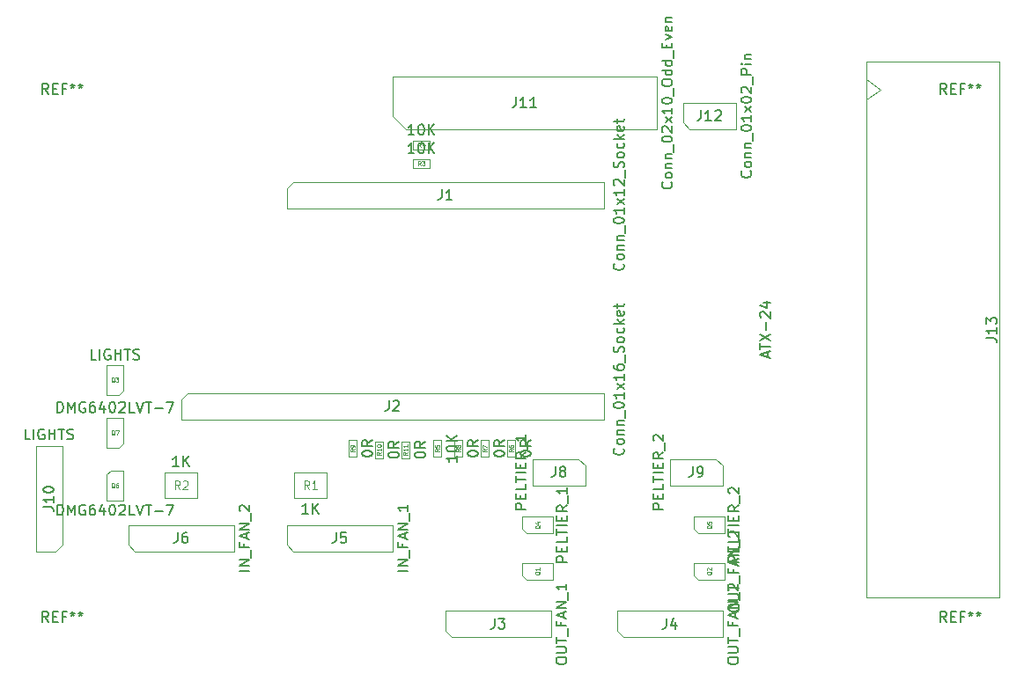
<source format=gbr>
%TF.GenerationSoftware,KiCad,Pcbnew,8.0.2-1*%
%TF.CreationDate,2024-11-16T15:05:09-05:00*%
%TF.ProjectId,Incubator-PowerBoard,496e6375-6261-4746-9f72-2d506f776572,v01a*%
%TF.SameCoordinates,Original*%
%TF.FileFunction,AssemblyDrawing,Top*%
%FSLAX46Y46*%
G04 Gerber Fmt 4.6, Leading zero omitted, Abs format (unit mm)*
G04 Created by KiCad (PCBNEW 8.0.2-1) date 2024-11-16 15:05:09*
%MOMM*%
%LPD*%
G01*
G04 APERTURE LIST*
%ADD10C,0.150000*%
%ADD11C,0.060000*%
%ADD12C,0.120000*%
%ADD13C,0.100000*%
G04 APERTURE END LIST*
D10*
X153284819Y-63031618D02*
X153284819Y-62936380D01*
X153284819Y-62936380D02*
X153332438Y-62841142D01*
X153332438Y-62841142D02*
X153380057Y-62793523D01*
X153380057Y-62793523D02*
X153475295Y-62745904D01*
X153475295Y-62745904D02*
X153665771Y-62698285D01*
X153665771Y-62698285D02*
X153903866Y-62698285D01*
X153903866Y-62698285D02*
X154094342Y-62745904D01*
X154094342Y-62745904D02*
X154189580Y-62793523D01*
X154189580Y-62793523D02*
X154237200Y-62841142D01*
X154237200Y-62841142D02*
X154284819Y-62936380D01*
X154284819Y-62936380D02*
X154284819Y-63031618D01*
X154284819Y-63031618D02*
X154237200Y-63126856D01*
X154237200Y-63126856D02*
X154189580Y-63174475D01*
X154189580Y-63174475D02*
X154094342Y-63222094D01*
X154094342Y-63222094D02*
X153903866Y-63269713D01*
X153903866Y-63269713D02*
X153665771Y-63269713D01*
X153665771Y-63269713D02*
X153475295Y-63222094D01*
X153475295Y-63222094D02*
X153380057Y-63174475D01*
X153380057Y-63174475D02*
X153332438Y-63126856D01*
X153332438Y-63126856D02*
X153284819Y-63031618D01*
X154284819Y-61698285D02*
X153808628Y-62031618D01*
X154284819Y-62269713D02*
X153284819Y-62269713D01*
X153284819Y-62269713D02*
X153284819Y-61888761D01*
X153284819Y-61888761D02*
X153332438Y-61793523D01*
X153332438Y-61793523D02*
X153380057Y-61745904D01*
X153380057Y-61745904D02*
X153475295Y-61698285D01*
X153475295Y-61698285D02*
X153618152Y-61698285D01*
X153618152Y-61698285D02*
X153713390Y-61745904D01*
X153713390Y-61745904D02*
X153761009Y-61793523D01*
X153761009Y-61793523D02*
X153808628Y-61888761D01*
X153808628Y-61888761D02*
X153808628Y-62269713D01*
D11*
X152581927Y-62550666D02*
X152391451Y-62683999D01*
X152581927Y-62779237D02*
X152181927Y-62779237D01*
X152181927Y-62779237D02*
X152181927Y-62626856D01*
X152181927Y-62626856D02*
X152200975Y-62588761D01*
X152200975Y-62588761D02*
X152220022Y-62569714D01*
X152220022Y-62569714D02*
X152258118Y-62550666D01*
X152258118Y-62550666D02*
X152315260Y-62550666D01*
X152315260Y-62550666D02*
X152353356Y-62569714D01*
X152353356Y-62569714D02*
X152372403Y-62588761D01*
X152372403Y-62588761D02*
X152391451Y-62626856D01*
X152391451Y-62626856D02*
X152391451Y-62779237D01*
X152353356Y-62322095D02*
X152334308Y-62360190D01*
X152334308Y-62360190D02*
X152315260Y-62379237D01*
X152315260Y-62379237D02*
X152277165Y-62398285D01*
X152277165Y-62398285D02*
X152258118Y-62398285D01*
X152258118Y-62398285D02*
X152220022Y-62379237D01*
X152220022Y-62379237D02*
X152200975Y-62360190D01*
X152200975Y-62360190D02*
X152181927Y-62322095D01*
X152181927Y-62322095D02*
X152181927Y-62245904D01*
X152181927Y-62245904D02*
X152200975Y-62207809D01*
X152200975Y-62207809D02*
X152220022Y-62188761D01*
X152220022Y-62188761D02*
X152258118Y-62169714D01*
X152258118Y-62169714D02*
X152277165Y-62169714D01*
X152277165Y-62169714D02*
X152315260Y-62188761D01*
X152315260Y-62188761D02*
X152334308Y-62207809D01*
X152334308Y-62207809D02*
X152353356Y-62245904D01*
X152353356Y-62245904D02*
X152353356Y-62322095D01*
X152353356Y-62322095D02*
X152372403Y-62360190D01*
X152372403Y-62360190D02*
X152391451Y-62379237D01*
X152391451Y-62379237D02*
X152429546Y-62398285D01*
X152429546Y-62398285D02*
X152505737Y-62398285D01*
X152505737Y-62398285D02*
X152543832Y-62379237D01*
X152543832Y-62379237D02*
X152562880Y-62360190D01*
X152562880Y-62360190D02*
X152581927Y-62322095D01*
X152581927Y-62322095D02*
X152581927Y-62245904D01*
X152581927Y-62245904D02*
X152562880Y-62207809D01*
X152562880Y-62207809D02*
X152543832Y-62188761D01*
X152543832Y-62188761D02*
X152505737Y-62169714D01*
X152505737Y-62169714D02*
X152429546Y-62169714D01*
X152429546Y-62169714D02*
X152391451Y-62188761D01*
X152391451Y-62188761D02*
X152372403Y-62207809D01*
X152372403Y-62207809D02*
X152353356Y-62245904D01*
D10*
X199326666Y-28394819D02*
X198993333Y-27918628D01*
X198755238Y-28394819D02*
X198755238Y-27394819D01*
X198755238Y-27394819D02*
X199136190Y-27394819D01*
X199136190Y-27394819D02*
X199231428Y-27442438D01*
X199231428Y-27442438D02*
X199279047Y-27490057D01*
X199279047Y-27490057D02*
X199326666Y-27585295D01*
X199326666Y-27585295D02*
X199326666Y-27728152D01*
X199326666Y-27728152D02*
X199279047Y-27823390D01*
X199279047Y-27823390D02*
X199231428Y-27871009D01*
X199231428Y-27871009D02*
X199136190Y-27918628D01*
X199136190Y-27918628D02*
X198755238Y-27918628D01*
X199755238Y-27871009D02*
X200088571Y-27871009D01*
X200231428Y-28394819D02*
X199755238Y-28394819D01*
X199755238Y-28394819D02*
X199755238Y-27394819D01*
X199755238Y-27394819D02*
X200231428Y-27394819D01*
X200993333Y-27871009D02*
X200660000Y-27871009D01*
X200660000Y-28394819D02*
X200660000Y-27394819D01*
X200660000Y-27394819D02*
X201136190Y-27394819D01*
X201660000Y-27394819D02*
X201660000Y-27632914D01*
X201421905Y-27537676D02*
X201660000Y-27632914D01*
X201660000Y-27632914D02*
X201898095Y-27537676D01*
X201517143Y-27823390D02*
X201660000Y-27632914D01*
X201660000Y-27632914D02*
X201802857Y-27823390D01*
X202421905Y-27394819D02*
X202421905Y-27632914D01*
X202183810Y-27537676D02*
X202421905Y-27632914D01*
X202421905Y-27632914D02*
X202660000Y-27537676D01*
X202279048Y-27823390D02*
X202421905Y-27632914D01*
X202421905Y-27632914D02*
X202564762Y-27823390D01*
X137961714Y-68774819D02*
X137390286Y-68774819D01*
X137676000Y-68774819D02*
X137676000Y-67774819D01*
X137676000Y-67774819D02*
X137580762Y-67917676D01*
X137580762Y-67917676D02*
X137485524Y-68012914D01*
X137485524Y-68012914D02*
X137390286Y-68060533D01*
X138390286Y-68774819D02*
X138390286Y-67774819D01*
X138961714Y-68774819D02*
X138533143Y-68203390D01*
X138961714Y-67774819D02*
X138390286Y-68346247D01*
D12*
X138042667Y-66403855D02*
X137776000Y-66022902D01*
X137585524Y-66403855D02*
X137585524Y-65603855D01*
X137585524Y-65603855D02*
X137890286Y-65603855D01*
X137890286Y-65603855D02*
X137966476Y-65641950D01*
X137966476Y-65641950D02*
X138004571Y-65680045D01*
X138004571Y-65680045D02*
X138042667Y-65756236D01*
X138042667Y-65756236D02*
X138042667Y-65870521D01*
X138042667Y-65870521D02*
X138004571Y-65946712D01*
X138004571Y-65946712D02*
X137966476Y-65984807D01*
X137966476Y-65984807D02*
X137890286Y-66022902D01*
X137890286Y-66022902D02*
X137585524Y-66022902D01*
X138804571Y-66403855D02*
X138347428Y-66403855D01*
X138576000Y-66403855D02*
X138576000Y-65603855D01*
X138576000Y-65603855D02*
X138499809Y-65718140D01*
X138499809Y-65718140D02*
X138423619Y-65794331D01*
X138423619Y-65794331D02*
X138347428Y-65832426D01*
D10*
X113832381Y-68894819D02*
X113832381Y-67894819D01*
X113832381Y-67894819D02*
X114070476Y-67894819D01*
X114070476Y-67894819D02*
X114213333Y-67942438D01*
X114213333Y-67942438D02*
X114308571Y-68037676D01*
X114308571Y-68037676D02*
X114356190Y-68132914D01*
X114356190Y-68132914D02*
X114403809Y-68323390D01*
X114403809Y-68323390D02*
X114403809Y-68466247D01*
X114403809Y-68466247D02*
X114356190Y-68656723D01*
X114356190Y-68656723D02*
X114308571Y-68751961D01*
X114308571Y-68751961D02*
X114213333Y-68847200D01*
X114213333Y-68847200D02*
X114070476Y-68894819D01*
X114070476Y-68894819D02*
X113832381Y-68894819D01*
X114832381Y-68894819D02*
X114832381Y-67894819D01*
X114832381Y-67894819D02*
X115165714Y-68609104D01*
X115165714Y-68609104D02*
X115499047Y-67894819D01*
X115499047Y-67894819D02*
X115499047Y-68894819D01*
X116499047Y-67942438D02*
X116403809Y-67894819D01*
X116403809Y-67894819D02*
X116260952Y-67894819D01*
X116260952Y-67894819D02*
X116118095Y-67942438D01*
X116118095Y-67942438D02*
X116022857Y-68037676D01*
X116022857Y-68037676D02*
X115975238Y-68132914D01*
X115975238Y-68132914D02*
X115927619Y-68323390D01*
X115927619Y-68323390D02*
X115927619Y-68466247D01*
X115927619Y-68466247D02*
X115975238Y-68656723D01*
X115975238Y-68656723D02*
X116022857Y-68751961D01*
X116022857Y-68751961D02*
X116118095Y-68847200D01*
X116118095Y-68847200D02*
X116260952Y-68894819D01*
X116260952Y-68894819D02*
X116356190Y-68894819D01*
X116356190Y-68894819D02*
X116499047Y-68847200D01*
X116499047Y-68847200D02*
X116546666Y-68799580D01*
X116546666Y-68799580D02*
X116546666Y-68466247D01*
X116546666Y-68466247D02*
X116356190Y-68466247D01*
X117403809Y-67894819D02*
X117213333Y-67894819D01*
X117213333Y-67894819D02*
X117118095Y-67942438D01*
X117118095Y-67942438D02*
X117070476Y-67990057D01*
X117070476Y-67990057D02*
X116975238Y-68132914D01*
X116975238Y-68132914D02*
X116927619Y-68323390D01*
X116927619Y-68323390D02*
X116927619Y-68704342D01*
X116927619Y-68704342D02*
X116975238Y-68799580D01*
X116975238Y-68799580D02*
X117022857Y-68847200D01*
X117022857Y-68847200D02*
X117118095Y-68894819D01*
X117118095Y-68894819D02*
X117308571Y-68894819D01*
X117308571Y-68894819D02*
X117403809Y-68847200D01*
X117403809Y-68847200D02*
X117451428Y-68799580D01*
X117451428Y-68799580D02*
X117499047Y-68704342D01*
X117499047Y-68704342D02*
X117499047Y-68466247D01*
X117499047Y-68466247D02*
X117451428Y-68371009D01*
X117451428Y-68371009D02*
X117403809Y-68323390D01*
X117403809Y-68323390D02*
X117308571Y-68275771D01*
X117308571Y-68275771D02*
X117118095Y-68275771D01*
X117118095Y-68275771D02*
X117022857Y-68323390D01*
X117022857Y-68323390D02*
X116975238Y-68371009D01*
X116975238Y-68371009D02*
X116927619Y-68466247D01*
X118356190Y-68228152D02*
X118356190Y-68894819D01*
X118118095Y-67847200D02*
X117880000Y-68561485D01*
X117880000Y-68561485D02*
X118499047Y-68561485D01*
X119070476Y-67894819D02*
X119165714Y-67894819D01*
X119165714Y-67894819D02*
X119260952Y-67942438D01*
X119260952Y-67942438D02*
X119308571Y-67990057D01*
X119308571Y-67990057D02*
X119356190Y-68085295D01*
X119356190Y-68085295D02*
X119403809Y-68275771D01*
X119403809Y-68275771D02*
X119403809Y-68513866D01*
X119403809Y-68513866D02*
X119356190Y-68704342D01*
X119356190Y-68704342D02*
X119308571Y-68799580D01*
X119308571Y-68799580D02*
X119260952Y-68847200D01*
X119260952Y-68847200D02*
X119165714Y-68894819D01*
X119165714Y-68894819D02*
X119070476Y-68894819D01*
X119070476Y-68894819D02*
X118975238Y-68847200D01*
X118975238Y-68847200D02*
X118927619Y-68799580D01*
X118927619Y-68799580D02*
X118880000Y-68704342D01*
X118880000Y-68704342D02*
X118832381Y-68513866D01*
X118832381Y-68513866D02*
X118832381Y-68275771D01*
X118832381Y-68275771D02*
X118880000Y-68085295D01*
X118880000Y-68085295D02*
X118927619Y-67990057D01*
X118927619Y-67990057D02*
X118975238Y-67942438D01*
X118975238Y-67942438D02*
X119070476Y-67894819D01*
X119784762Y-67990057D02*
X119832381Y-67942438D01*
X119832381Y-67942438D02*
X119927619Y-67894819D01*
X119927619Y-67894819D02*
X120165714Y-67894819D01*
X120165714Y-67894819D02*
X120260952Y-67942438D01*
X120260952Y-67942438D02*
X120308571Y-67990057D01*
X120308571Y-67990057D02*
X120356190Y-68085295D01*
X120356190Y-68085295D02*
X120356190Y-68180533D01*
X120356190Y-68180533D02*
X120308571Y-68323390D01*
X120308571Y-68323390D02*
X119737143Y-68894819D01*
X119737143Y-68894819D02*
X120356190Y-68894819D01*
X121260952Y-68894819D02*
X120784762Y-68894819D01*
X120784762Y-68894819D02*
X120784762Y-67894819D01*
X121451429Y-67894819D02*
X121784762Y-68894819D01*
X121784762Y-68894819D02*
X122118095Y-67894819D01*
X122308572Y-67894819D02*
X122880000Y-67894819D01*
X122594286Y-68894819D02*
X122594286Y-67894819D01*
X123213334Y-68513866D02*
X123975239Y-68513866D01*
X124356191Y-67894819D02*
X125022857Y-67894819D01*
X125022857Y-67894819D02*
X124594286Y-68894819D01*
D11*
X119341904Y-66260022D02*
X119303809Y-66240975D01*
X119303809Y-66240975D02*
X119265714Y-66202880D01*
X119265714Y-66202880D02*
X119208571Y-66145737D01*
X119208571Y-66145737D02*
X119170476Y-66126689D01*
X119170476Y-66126689D02*
X119132380Y-66126689D01*
X119151428Y-66221927D02*
X119113333Y-66202880D01*
X119113333Y-66202880D02*
X119075238Y-66164784D01*
X119075238Y-66164784D02*
X119056190Y-66088594D01*
X119056190Y-66088594D02*
X119056190Y-65955260D01*
X119056190Y-65955260D02*
X119075238Y-65879070D01*
X119075238Y-65879070D02*
X119113333Y-65840975D01*
X119113333Y-65840975D02*
X119151428Y-65821927D01*
X119151428Y-65821927D02*
X119227619Y-65821927D01*
X119227619Y-65821927D02*
X119265714Y-65840975D01*
X119265714Y-65840975D02*
X119303809Y-65879070D01*
X119303809Y-65879070D02*
X119322857Y-65955260D01*
X119322857Y-65955260D02*
X119322857Y-66088594D01*
X119322857Y-66088594D02*
X119303809Y-66164784D01*
X119303809Y-66164784D02*
X119265714Y-66202880D01*
X119265714Y-66202880D02*
X119227619Y-66221927D01*
X119227619Y-66221927D02*
X119151428Y-66221927D01*
X119665714Y-65821927D02*
X119589524Y-65821927D01*
X119589524Y-65821927D02*
X119551428Y-65840975D01*
X119551428Y-65840975D02*
X119532381Y-65860022D01*
X119532381Y-65860022D02*
X119494286Y-65917165D01*
X119494286Y-65917165D02*
X119475238Y-65993356D01*
X119475238Y-65993356D02*
X119475238Y-66145737D01*
X119475238Y-66145737D02*
X119494286Y-66183832D01*
X119494286Y-66183832D02*
X119513333Y-66202880D01*
X119513333Y-66202880D02*
X119551428Y-66221927D01*
X119551428Y-66221927D02*
X119627619Y-66221927D01*
X119627619Y-66221927D02*
X119665714Y-66202880D01*
X119665714Y-66202880D02*
X119684762Y-66183832D01*
X119684762Y-66183832D02*
X119703809Y-66145737D01*
X119703809Y-66145737D02*
X119703809Y-66050499D01*
X119703809Y-66050499D02*
X119684762Y-66012403D01*
X119684762Y-66012403D02*
X119665714Y-65993356D01*
X119665714Y-65993356D02*
X119627619Y-65974308D01*
X119627619Y-65974308D02*
X119551428Y-65974308D01*
X119551428Y-65974308D02*
X119513333Y-65993356D01*
X119513333Y-65993356D02*
X119494286Y-66012403D01*
X119494286Y-66012403D02*
X119475238Y-66050499D01*
D10*
X178384819Y-77914047D02*
X178384819Y-77723571D01*
X178384819Y-77723571D02*
X178432438Y-77628333D01*
X178432438Y-77628333D02*
X178527676Y-77533095D01*
X178527676Y-77533095D02*
X178718152Y-77485476D01*
X178718152Y-77485476D02*
X179051485Y-77485476D01*
X179051485Y-77485476D02*
X179241961Y-77533095D01*
X179241961Y-77533095D02*
X179337200Y-77628333D01*
X179337200Y-77628333D02*
X179384819Y-77723571D01*
X179384819Y-77723571D02*
X179384819Y-77914047D01*
X179384819Y-77914047D02*
X179337200Y-78009285D01*
X179337200Y-78009285D02*
X179241961Y-78104523D01*
X179241961Y-78104523D02*
X179051485Y-78152142D01*
X179051485Y-78152142D02*
X178718152Y-78152142D01*
X178718152Y-78152142D02*
X178527676Y-78104523D01*
X178527676Y-78104523D02*
X178432438Y-78009285D01*
X178432438Y-78009285D02*
X178384819Y-77914047D01*
X178384819Y-77056904D02*
X179194342Y-77056904D01*
X179194342Y-77056904D02*
X179289580Y-77009285D01*
X179289580Y-77009285D02*
X179337200Y-76961666D01*
X179337200Y-76961666D02*
X179384819Y-76866428D01*
X179384819Y-76866428D02*
X179384819Y-76675952D01*
X179384819Y-76675952D02*
X179337200Y-76580714D01*
X179337200Y-76580714D02*
X179289580Y-76533095D01*
X179289580Y-76533095D02*
X179194342Y-76485476D01*
X179194342Y-76485476D02*
X178384819Y-76485476D01*
X178384819Y-76152142D02*
X178384819Y-75580714D01*
X179384819Y-75866428D02*
X178384819Y-75866428D01*
X179480057Y-75485476D02*
X179480057Y-74723571D01*
X178861009Y-74152142D02*
X178861009Y-74485475D01*
X179384819Y-74485475D02*
X178384819Y-74485475D01*
X178384819Y-74485475D02*
X178384819Y-74009285D01*
X179099104Y-73675951D02*
X179099104Y-73199761D01*
X179384819Y-73771189D02*
X178384819Y-73437856D01*
X178384819Y-73437856D02*
X179384819Y-73104523D01*
X179384819Y-72771189D02*
X178384819Y-72771189D01*
X178384819Y-72771189D02*
X179384819Y-72199761D01*
X179384819Y-72199761D02*
X178384819Y-72199761D01*
X179480057Y-71961666D02*
X179480057Y-71199761D01*
X178480057Y-71009284D02*
X178432438Y-70961665D01*
X178432438Y-70961665D02*
X178384819Y-70866427D01*
X178384819Y-70866427D02*
X178384819Y-70628332D01*
X178384819Y-70628332D02*
X178432438Y-70533094D01*
X178432438Y-70533094D02*
X178480057Y-70485475D01*
X178480057Y-70485475D02*
X178575295Y-70437856D01*
X178575295Y-70437856D02*
X178670533Y-70437856D01*
X178670533Y-70437856D02*
X178813390Y-70485475D01*
X178813390Y-70485475D02*
X179384819Y-71056903D01*
X179384819Y-71056903D02*
X179384819Y-70437856D01*
D11*
X176750022Y-74333095D02*
X176730975Y-74371190D01*
X176730975Y-74371190D02*
X176692880Y-74409285D01*
X176692880Y-74409285D02*
X176635737Y-74466428D01*
X176635737Y-74466428D02*
X176616689Y-74504523D01*
X176616689Y-74504523D02*
X176616689Y-74542619D01*
X176711927Y-74523571D02*
X176692880Y-74561666D01*
X176692880Y-74561666D02*
X176654784Y-74599761D01*
X176654784Y-74599761D02*
X176578594Y-74618809D01*
X176578594Y-74618809D02*
X176445260Y-74618809D01*
X176445260Y-74618809D02*
X176369070Y-74599761D01*
X176369070Y-74599761D02*
X176330975Y-74561666D01*
X176330975Y-74561666D02*
X176311927Y-74523571D01*
X176311927Y-74523571D02*
X176311927Y-74447380D01*
X176311927Y-74447380D02*
X176330975Y-74409285D01*
X176330975Y-74409285D02*
X176369070Y-74371190D01*
X176369070Y-74371190D02*
X176445260Y-74352142D01*
X176445260Y-74352142D02*
X176578594Y-74352142D01*
X176578594Y-74352142D02*
X176654784Y-74371190D01*
X176654784Y-74371190D02*
X176692880Y-74409285D01*
X176692880Y-74409285D02*
X176711927Y-74447380D01*
X176711927Y-74447380D02*
X176711927Y-74523571D01*
X176350022Y-74199761D02*
X176330975Y-74180713D01*
X176330975Y-74180713D02*
X176311927Y-74142618D01*
X176311927Y-74142618D02*
X176311927Y-74047380D01*
X176311927Y-74047380D02*
X176330975Y-74009285D01*
X176330975Y-74009285D02*
X176350022Y-73990237D01*
X176350022Y-73990237D02*
X176388118Y-73971190D01*
X176388118Y-73971190D02*
X176426213Y-73971190D01*
X176426213Y-73971190D02*
X176483356Y-73990237D01*
X176483356Y-73990237D02*
X176711927Y-74218809D01*
X176711927Y-74218809D02*
X176711927Y-73971190D01*
D10*
X112966666Y-28394819D02*
X112633333Y-27918628D01*
X112395238Y-28394819D02*
X112395238Y-27394819D01*
X112395238Y-27394819D02*
X112776190Y-27394819D01*
X112776190Y-27394819D02*
X112871428Y-27442438D01*
X112871428Y-27442438D02*
X112919047Y-27490057D01*
X112919047Y-27490057D02*
X112966666Y-27585295D01*
X112966666Y-27585295D02*
X112966666Y-27728152D01*
X112966666Y-27728152D02*
X112919047Y-27823390D01*
X112919047Y-27823390D02*
X112871428Y-27871009D01*
X112871428Y-27871009D02*
X112776190Y-27918628D01*
X112776190Y-27918628D02*
X112395238Y-27918628D01*
X113395238Y-27871009D02*
X113728571Y-27871009D01*
X113871428Y-28394819D02*
X113395238Y-28394819D01*
X113395238Y-28394819D02*
X113395238Y-27394819D01*
X113395238Y-27394819D02*
X113871428Y-27394819D01*
X114633333Y-27871009D02*
X114300000Y-27871009D01*
X114300000Y-28394819D02*
X114300000Y-27394819D01*
X114300000Y-27394819D02*
X114776190Y-27394819D01*
X115300000Y-27394819D02*
X115300000Y-27632914D01*
X115061905Y-27537676D02*
X115300000Y-27632914D01*
X115300000Y-27632914D02*
X115538095Y-27537676D01*
X115157143Y-27823390D02*
X115300000Y-27632914D01*
X115300000Y-27632914D02*
X115442857Y-27823390D01*
X116061905Y-27394819D02*
X116061905Y-27632914D01*
X115823810Y-27537676D02*
X116061905Y-27632914D01*
X116061905Y-27632914D02*
X116300000Y-27537676D01*
X115919048Y-27823390D02*
X116061905Y-27632914D01*
X116061905Y-27632914D02*
X116204762Y-27823390D01*
X111220476Y-61624819D02*
X110744286Y-61624819D01*
X110744286Y-61624819D02*
X110744286Y-60624819D01*
X111553810Y-61624819D02*
X111553810Y-60624819D01*
X112553809Y-60672438D02*
X112458571Y-60624819D01*
X112458571Y-60624819D02*
X112315714Y-60624819D01*
X112315714Y-60624819D02*
X112172857Y-60672438D01*
X112172857Y-60672438D02*
X112077619Y-60767676D01*
X112077619Y-60767676D02*
X112030000Y-60862914D01*
X112030000Y-60862914D02*
X111982381Y-61053390D01*
X111982381Y-61053390D02*
X111982381Y-61196247D01*
X111982381Y-61196247D02*
X112030000Y-61386723D01*
X112030000Y-61386723D02*
X112077619Y-61481961D01*
X112077619Y-61481961D02*
X112172857Y-61577200D01*
X112172857Y-61577200D02*
X112315714Y-61624819D01*
X112315714Y-61624819D02*
X112410952Y-61624819D01*
X112410952Y-61624819D02*
X112553809Y-61577200D01*
X112553809Y-61577200D02*
X112601428Y-61529580D01*
X112601428Y-61529580D02*
X112601428Y-61196247D01*
X112601428Y-61196247D02*
X112410952Y-61196247D01*
X113030000Y-61624819D02*
X113030000Y-60624819D01*
X113030000Y-61101009D02*
X113601428Y-61101009D01*
X113601428Y-61624819D02*
X113601428Y-60624819D01*
X113934762Y-60624819D02*
X114506190Y-60624819D01*
X114220476Y-61624819D02*
X114220476Y-60624819D01*
X114791905Y-61577200D02*
X114934762Y-61624819D01*
X114934762Y-61624819D02*
X115172857Y-61624819D01*
X115172857Y-61624819D02*
X115268095Y-61577200D01*
X115268095Y-61577200D02*
X115315714Y-61529580D01*
X115315714Y-61529580D02*
X115363333Y-61434342D01*
X115363333Y-61434342D02*
X115363333Y-61339104D01*
X115363333Y-61339104D02*
X115315714Y-61243866D01*
X115315714Y-61243866D02*
X115268095Y-61196247D01*
X115268095Y-61196247D02*
X115172857Y-61148628D01*
X115172857Y-61148628D02*
X114982381Y-61101009D01*
X114982381Y-61101009D02*
X114887143Y-61053390D01*
X114887143Y-61053390D02*
X114839524Y-61005771D01*
X114839524Y-61005771D02*
X114791905Y-60910533D01*
X114791905Y-60910533D02*
X114791905Y-60815295D01*
X114791905Y-60815295D02*
X114839524Y-60720057D01*
X114839524Y-60720057D02*
X114887143Y-60672438D01*
X114887143Y-60672438D02*
X114982381Y-60624819D01*
X114982381Y-60624819D02*
X115220476Y-60624819D01*
X115220476Y-60624819D02*
X115363333Y-60672438D01*
X112484819Y-68119523D02*
X113199104Y-68119523D01*
X113199104Y-68119523D02*
X113341961Y-68167142D01*
X113341961Y-68167142D02*
X113437200Y-68262380D01*
X113437200Y-68262380D02*
X113484819Y-68405237D01*
X113484819Y-68405237D02*
X113484819Y-68500475D01*
X113484819Y-67119523D02*
X113484819Y-67690951D01*
X113484819Y-67405237D02*
X112484819Y-67405237D01*
X112484819Y-67405237D02*
X112627676Y-67500475D01*
X112627676Y-67500475D02*
X112722914Y-67595713D01*
X112722914Y-67595713D02*
X112770533Y-67690951D01*
X112484819Y-66500475D02*
X112484819Y-66405237D01*
X112484819Y-66405237D02*
X112532438Y-66309999D01*
X112532438Y-66309999D02*
X112580057Y-66262380D01*
X112580057Y-66262380D02*
X112675295Y-66214761D01*
X112675295Y-66214761D02*
X112865771Y-66167142D01*
X112865771Y-66167142D02*
X113103866Y-66167142D01*
X113103866Y-66167142D02*
X113294342Y-66214761D01*
X113294342Y-66214761D02*
X113389580Y-66262380D01*
X113389580Y-66262380D02*
X113437200Y-66309999D01*
X113437200Y-66309999D02*
X113484819Y-66405237D01*
X113484819Y-66405237D02*
X113484819Y-66500475D01*
X113484819Y-66500475D02*
X113437200Y-66595713D01*
X113437200Y-66595713D02*
X113389580Y-66643332D01*
X113389580Y-66643332D02*
X113294342Y-66690951D01*
X113294342Y-66690951D02*
X113103866Y-66738570D01*
X113103866Y-66738570D02*
X112865771Y-66738570D01*
X112865771Y-66738570D02*
X112675295Y-66690951D01*
X112675295Y-66690951D02*
X112580057Y-66643332D01*
X112580057Y-66643332D02*
X112532438Y-66595713D01*
X112532438Y-66595713D02*
X112484819Y-66500475D01*
X168229580Y-62475239D02*
X168277200Y-62522858D01*
X168277200Y-62522858D02*
X168324819Y-62665715D01*
X168324819Y-62665715D02*
X168324819Y-62760953D01*
X168324819Y-62760953D02*
X168277200Y-62903810D01*
X168277200Y-62903810D02*
X168181961Y-62999048D01*
X168181961Y-62999048D02*
X168086723Y-63046667D01*
X168086723Y-63046667D02*
X167896247Y-63094286D01*
X167896247Y-63094286D02*
X167753390Y-63094286D01*
X167753390Y-63094286D02*
X167562914Y-63046667D01*
X167562914Y-63046667D02*
X167467676Y-62999048D01*
X167467676Y-62999048D02*
X167372438Y-62903810D01*
X167372438Y-62903810D02*
X167324819Y-62760953D01*
X167324819Y-62760953D02*
X167324819Y-62665715D01*
X167324819Y-62665715D02*
X167372438Y-62522858D01*
X167372438Y-62522858D02*
X167420057Y-62475239D01*
X168324819Y-61903810D02*
X168277200Y-61999048D01*
X168277200Y-61999048D02*
X168229580Y-62046667D01*
X168229580Y-62046667D02*
X168134342Y-62094286D01*
X168134342Y-62094286D02*
X167848628Y-62094286D01*
X167848628Y-62094286D02*
X167753390Y-62046667D01*
X167753390Y-62046667D02*
X167705771Y-61999048D01*
X167705771Y-61999048D02*
X167658152Y-61903810D01*
X167658152Y-61903810D02*
X167658152Y-61760953D01*
X167658152Y-61760953D02*
X167705771Y-61665715D01*
X167705771Y-61665715D02*
X167753390Y-61618096D01*
X167753390Y-61618096D02*
X167848628Y-61570477D01*
X167848628Y-61570477D02*
X168134342Y-61570477D01*
X168134342Y-61570477D02*
X168229580Y-61618096D01*
X168229580Y-61618096D02*
X168277200Y-61665715D01*
X168277200Y-61665715D02*
X168324819Y-61760953D01*
X168324819Y-61760953D02*
X168324819Y-61903810D01*
X167658152Y-61141905D02*
X168324819Y-61141905D01*
X167753390Y-61141905D02*
X167705771Y-61094286D01*
X167705771Y-61094286D02*
X167658152Y-60999048D01*
X167658152Y-60999048D02*
X167658152Y-60856191D01*
X167658152Y-60856191D02*
X167705771Y-60760953D01*
X167705771Y-60760953D02*
X167801009Y-60713334D01*
X167801009Y-60713334D02*
X168324819Y-60713334D01*
X167658152Y-60237143D02*
X168324819Y-60237143D01*
X167753390Y-60237143D02*
X167705771Y-60189524D01*
X167705771Y-60189524D02*
X167658152Y-60094286D01*
X167658152Y-60094286D02*
X167658152Y-59951429D01*
X167658152Y-59951429D02*
X167705771Y-59856191D01*
X167705771Y-59856191D02*
X167801009Y-59808572D01*
X167801009Y-59808572D02*
X168324819Y-59808572D01*
X168420057Y-59570477D02*
X168420057Y-58808572D01*
X167324819Y-58380000D02*
X167324819Y-58284762D01*
X167324819Y-58284762D02*
X167372438Y-58189524D01*
X167372438Y-58189524D02*
X167420057Y-58141905D01*
X167420057Y-58141905D02*
X167515295Y-58094286D01*
X167515295Y-58094286D02*
X167705771Y-58046667D01*
X167705771Y-58046667D02*
X167943866Y-58046667D01*
X167943866Y-58046667D02*
X168134342Y-58094286D01*
X168134342Y-58094286D02*
X168229580Y-58141905D01*
X168229580Y-58141905D02*
X168277200Y-58189524D01*
X168277200Y-58189524D02*
X168324819Y-58284762D01*
X168324819Y-58284762D02*
X168324819Y-58380000D01*
X168324819Y-58380000D02*
X168277200Y-58475238D01*
X168277200Y-58475238D02*
X168229580Y-58522857D01*
X168229580Y-58522857D02*
X168134342Y-58570476D01*
X168134342Y-58570476D02*
X167943866Y-58618095D01*
X167943866Y-58618095D02*
X167705771Y-58618095D01*
X167705771Y-58618095D02*
X167515295Y-58570476D01*
X167515295Y-58570476D02*
X167420057Y-58522857D01*
X167420057Y-58522857D02*
X167372438Y-58475238D01*
X167372438Y-58475238D02*
X167324819Y-58380000D01*
X168324819Y-57094286D02*
X168324819Y-57665714D01*
X168324819Y-57380000D02*
X167324819Y-57380000D01*
X167324819Y-57380000D02*
X167467676Y-57475238D01*
X167467676Y-57475238D02*
X167562914Y-57570476D01*
X167562914Y-57570476D02*
X167610533Y-57665714D01*
X168324819Y-56760952D02*
X167658152Y-56237143D01*
X167658152Y-56760952D02*
X168324819Y-56237143D01*
X168324819Y-55332381D02*
X168324819Y-55903809D01*
X168324819Y-55618095D02*
X167324819Y-55618095D01*
X167324819Y-55618095D02*
X167467676Y-55713333D01*
X167467676Y-55713333D02*
X167562914Y-55808571D01*
X167562914Y-55808571D02*
X167610533Y-55903809D01*
X167324819Y-54475238D02*
X167324819Y-54665714D01*
X167324819Y-54665714D02*
X167372438Y-54760952D01*
X167372438Y-54760952D02*
X167420057Y-54808571D01*
X167420057Y-54808571D02*
X167562914Y-54903809D01*
X167562914Y-54903809D02*
X167753390Y-54951428D01*
X167753390Y-54951428D02*
X168134342Y-54951428D01*
X168134342Y-54951428D02*
X168229580Y-54903809D01*
X168229580Y-54903809D02*
X168277200Y-54856190D01*
X168277200Y-54856190D02*
X168324819Y-54760952D01*
X168324819Y-54760952D02*
X168324819Y-54570476D01*
X168324819Y-54570476D02*
X168277200Y-54475238D01*
X168277200Y-54475238D02*
X168229580Y-54427619D01*
X168229580Y-54427619D02*
X168134342Y-54380000D01*
X168134342Y-54380000D02*
X167896247Y-54380000D01*
X167896247Y-54380000D02*
X167801009Y-54427619D01*
X167801009Y-54427619D02*
X167753390Y-54475238D01*
X167753390Y-54475238D02*
X167705771Y-54570476D01*
X167705771Y-54570476D02*
X167705771Y-54760952D01*
X167705771Y-54760952D02*
X167753390Y-54856190D01*
X167753390Y-54856190D02*
X167801009Y-54903809D01*
X167801009Y-54903809D02*
X167896247Y-54951428D01*
X168420057Y-54189524D02*
X168420057Y-53427619D01*
X168277200Y-53237142D02*
X168324819Y-53094285D01*
X168324819Y-53094285D02*
X168324819Y-52856190D01*
X168324819Y-52856190D02*
X168277200Y-52760952D01*
X168277200Y-52760952D02*
X168229580Y-52713333D01*
X168229580Y-52713333D02*
X168134342Y-52665714D01*
X168134342Y-52665714D02*
X168039104Y-52665714D01*
X168039104Y-52665714D02*
X167943866Y-52713333D01*
X167943866Y-52713333D02*
X167896247Y-52760952D01*
X167896247Y-52760952D02*
X167848628Y-52856190D01*
X167848628Y-52856190D02*
X167801009Y-53046666D01*
X167801009Y-53046666D02*
X167753390Y-53141904D01*
X167753390Y-53141904D02*
X167705771Y-53189523D01*
X167705771Y-53189523D02*
X167610533Y-53237142D01*
X167610533Y-53237142D02*
X167515295Y-53237142D01*
X167515295Y-53237142D02*
X167420057Y-53189523D01*
X167420057Y-53189523D02*
X167372438Y-53141904D01*
X167372438Y-53141904D02*
X167324819Y-53046666D01*
X167324819Y-53046666D02*
X167324819Y-52808571D01*
X167324819Y-52808571D02*
X167372438Y-52665714D01*
X168324819Y-52094285D02*
X168277200Y-52189523D01*
X168277200Y-52189523D02*
X168229580Y-52237142D01*
X168229580Y-52237142D02*
X168134342Y-52284761D01*
X168134342Y-52284761D02*
X167848628Y-52284761D01*
X167848628Y-52284761D02*
X167753390Y-52237142D01*
X167753390Y-52237142D02*
X167705771Y-52189523D01*
X167705771Y-52189523D02*
X167658152Y-52094285D01*
X167658152Y-52094285D02*
X167658152Y-51951428D01*
X167658152Y-51951428D02*
X167705771Y-51856190D01*
X167705771Y-51856190D02*
X167753390Y-51808571D01*
X167753390Y-51808571D02*
X167848628Y-51760952D01*
X167848628Y-51760952D02*
X168134342Y-51760952D01*
X168134342Y-51760952D02*
X168229580Y-51808571D01*
X168229580Y-51808571D02*
X168277200Y-51856190D01*
X168277200Y-51856190D02*
X168324819Y-51951428D01*
X168324819Y-51951428D02*
X168324819Y-52094285D01*
X168277200Y-50903809D02*
X168324819Y-50999047D01*
X168324819Y-50999047D02*
X168324819Y-51189523D01*
X168324819Y-51189523D02*
X168277200Y-51284761D01*
X168277200Y-51284761D02*
X168229580Y-51332380D01*
X168229580Y-51332380D02*
X168134342Y-51379999D01*
X168134342Y-51379999D02*
X167848628Y-51379999D01*
X167848628Y-51379999D02*
X167753390Y-51332380D01*
X167753390Y-51332380D02*
X167705771Y-51284761D01*
X167705771Y-51284761D02*
X167658152Y-51189523D01*
X167658152Y-51189523D02*
X167658152Y-50999047D01*
X167658152Y-50999047D02*
X167705771Y-50903809D01*
X168324819Y-50475237D02*
X167324819Y-50475237D01*
X167943866Y-50379999D02*
X168324819Y-50094285D01*
X167658152Y-50094285D02*
X168039104Y-50475237D01*
X168277200Y-49284761D02*
X168324819Y-49379999D01*
X168324819Y-49379999D02*
X168324819Y-49570475D01*
X168324819Y-49570475D02*
X168277200Y-49665713D01*
X168277200Y-49665713D02*
X168181961Y-49713332D01*
X168181961Y-49713332D02*
X167801009Y-49713332D01*
X167801009Y-49713332D02*
X167705771Y-49665713D01*
X167705771Y-49665713D02*
X167658152Y-49570475D01*
X167658152Y-49570475D02*
X167658152Y-49379999D01*
X167658152Y-49379999D02*
X167705771Y-49284761D01*
X167705771Y-49284761D02*
X167801009Y-49237142D01*
X167801009Y-49237142D02*
X167896247Y-49237142D01*
X167896247Y-49237142D02*
X167991485Y-49713332D01*
X167658152Y-48951427D02*
X167658152Y-48570475D01*
X167324819Y-48808570D02*
X168181961Y-48808570D01*
X168181961Y-48808570D02*
X168277200Y-48760951D01*
X168277200Y-48760951D02*
X168324819Y-48665713D01*
X168324819Y-48665713D02*
X168324819Y-48570475D01*
X145716666Y-57874819D02*
X145716666Y-58589104D01*
X145716666Y-58589104D02*
X145669047Y-58731961D01*
X145669047Y-58731961D02*
X145573809Y-58827200D01*
X145573809Y-58827200D02*
X145430952Y-58874819D01*
X145430952Y-58874819D02*
X145335714Y-58874819D01*
X146145238Y-57970057D02*
X146192857Y-57922438D01*
X146192857Y-57922438D02*
X146288095Y-57874819D01*
X146288095Y-57874819D02*
X146526190Y-57874819D01*
X146526190Y-57874819D02*
X146621428Y-57922438D01*
X146621428Y-57922438D02*
X146669047Y-57970057D01*
X146669047Y-57970057D02*
X146716666Y-58065295D01*
X146716666Y-58065295D02*
X146716666Y-58160533D01*
X146716666Y-58160533D02*
X146669047Y-58303390D01*
X146669047Y-58303390D02*
X146097619Y-58874819D01*
X146097619Y-58874819D02*
X146716666Y-58874819D01*
X178314819Y-82994047D02*
X178314819Y-82803571D01*
X178314819Y-82803571D02*
X178362438Y-82708333D01*
X178362438Y-82708333D02*
X178457676Y-82613095D01*
X178457676Y-82613095D02*
X178648152Y-82565476D01*
X178648152Y-82565476D02*
X178981485Y-82565476D01*
X178981485Y-82565476D02*
X179171961Y-82613095D01*
X179171961Y-82613095D02*
X179267200Y-82708333D01*
X179267200Y-82708333D02*
X179314819Y-82803571D01*
X179314819Y-82803571D02*
X179314819Y-82994047D01*
X179314819Y-82994047D02*
X179267200Y-83089285D01*
X179267200Y-83089285D02*
X179171961Y-83184523D01*
X179171961Y-83184523D02*
X178981485Y-83232142D01*
X178981485Y-83232142D02*
X178648152Y-83232142D01*
X178648152Y-83232142D02*
X178457676Y-83184523D01*
X178457676Y-83184523D02*
X178362438Y-83089285D01*
X178362438Y-83089285D02*
X178314819Y-82994047D01*
X178314819Y-82136904D02*
X179124342Y-82136904D01*
X179124342Y-82136904D02*
X179219580Y-82089285D01*
X179219580Y-82089285D02*
X179267200Y-82041666D01*
X179267200Y-82041666D02*
X179314819Y-81946428D01*
X179314819Y-81946428D02*
X179314819Y-81755952D01*
X179314819Y-81755952D02*
X179267200Y-81660714D01*
X179267200Y-81660714D02*
X179219580Y-81613095D01*
X179219580Y-81613095D02*
X179124342Y-81565476D01*
X179124342Y-81565476D02*
X178314819Y-81565476D01*
X178314819Y-81232142D02*
X178314819Y-80660714D01*
X179314819Y-80946428D02*
X178314819Y-80946428D01*
X179410057Y-80565476D02*
X179410057Y-79803571D01*
X178791009Y-79232142D02*
X178791009Y-79565475D01*
X179314819Y-79565475D02*
X178314819Y-79565475D01*
X178314819Y-79565475D02*
X178314819Y-79089285D01*
X179029104Y-78755951D02*
X179029104Y-78279761D01*
X179314819Y-78851189D02*
X178314819Y-78517856D01*
X178314819Y-78517856D02*
X179314819Y-78184523D01*
X179314819Y-77851189D02*
X178314819Y-77851189D01*
X178314819Y-77851189D02*
X179314819Y-77279761D01*
X179314819Y-77279761D02*
X178314819Y-77279761D01*
X179410057Y-77041666D02*
X179410057Y-76279761D01*
X178410057Y-76089284D02*
X178362438Y-76041665D01*
X178362438Y-76041665D02*
X178314819Y-75946427D01*
X178314819Y-75946427D02*
X178314819Y-75708332D01*
X178314819Y-75708332D02*
X178362438Y-75613094D01*
X178362438Y-75613094D02*
X178410057Y-75565475D01*
X178410057Y-75565475D02*
X178505295Y-75517856D01*
X178505295Y-75517856D02*
X178600533Y-75517856D01*
X178600533Y-75517856D02*
X178743390Y-75565475D01*
X178743390Y-75565475D02*
X179314819Y-76136903D01*
X179314819Y-76136903D02*
X179314819Y-75517856D01*
X172386666Y-78829819D02*
X172386666Y-79544104D01*
X172386666Y-79544104D02*
X172339047Y-79686961D01*
X172339047Y-79686961D02*
X172243809Y-79782200D01*
X172243809Y-79782200D02*
X172100952Y-79829819D01*
X172100952Y-79829819D02*
X172005714Y-79829819D01*
X173291428Y-79163152D02*
X173291428Y-79829819D01*
X173053333Y-78782200D02*
X172815238Y-79496485D01*
X172815238Y-79496485D02*
X173434285Y-79496485D01*
X158364819Y-63031618D02*
X158364819Y-62936380D01*
X158364819Y-62936380D02*
X158412438Y-62841142D01*
X158412438Y-62841142D02*
X158460057Y-62793523D01*
X158460057Y-62793523D02*
X158555295Y-62745904D01*
X158555295Y-62745904D02*
X158745771Y-62698285D01*
X158745771Y-62698285D02*
X158983866Y-62698285D01*
X158983866Y-62698285D02*
X159174342Y-62745904D01*
X159174342Y-62745904D02*
X159269580Y-62793523D01*
X159269580Y-62793523D02*
X159317200Y-62841142D01*
X159317200Y-62841142D02*
X159364819Y-62936380D01*
X159364819Y-62936380D02*
X159364819Y-63031618D01*
X159364819Y-63031618D02*
X159317200Y-63126856D01*
X159317200Y-63126856D02*
X159269580Y-63174475D01*
X159269580Y-63174475D02*
X159174342Y-63222094D01*
X159174342Y-63222094D02*
X158983866Y-63269713D01*
X158983866Y-63269713D02*
X158745771Y-63269713D01*
X158745771Y-63269713D02*
X158555295Y-63222094D01*
X158555295Y-63222094D02*
X158460057Y-63174475D01*
X158460057Y-63174475D02*
X158412438Y-63126856D01*
X158412438Y-63126856D02*
X158364819Y-63031618D01*
X159364819Y-61698285D02*
X158888628Y-62031618D01*
X159364819Y-62269713D02*
X158364819Y-62269713D01*
X158364819Y-62269713D02*
X158364819Y-61888761D01*
X158364819Y-61888761D02*
X158412438Y-61793523D01*
X158412438Y-61793523D02*
X158460057Y-61745904D01*
X158460057Y-61745904D02*
X158555295Y-61698285D01*
X158555295Y-61698285D02*
X158698152Y-61698285D01*
X158698152Y-61698285D02*
X158793390Y-61745904D01*
X158793390Y-61745904D02*
X158841009Y-61793523D01*
X158841009Y-61793523D02*
X158888628Y-61888761D01*
X158888628Y-61888761D02*
X158888628Y-62269713D01*
D11*
X157661927Y-62550666D02*
X157471451Y-62683999D01*
X157661927Y-62779237D02*
X157261927Y-62779237D01*
X157261927Y-62779237D02*
X157261927Y-62626856D01*
X157261927Y-62626856D02*
X157280975Y-62588761D01*
X157280975Y-62588761D02*
X157300022Y-62569714D01*
X157300022Y-62569714D02*
X157338118Y-62550666D01*
X157338118Y-62550666D02*
X157395260Y-62550666D01*
X157395260Y-62550666D02*
X157433356Y-62569714D01*
X157433356Y-62569714D02*
X157452403Y-62588761D01*
X157452403Y-62588761D02*
X157471451Y-62626856D01*
X157471451Y-62626856D02*
X157471451Y-62779237D01*
X157261927Y-62207809D02*
X157261927Y-62283999D01*
X157261927Y-62283999D02*
X157280975Y-62322095D01*
X157280975Y-62322095D02*
X157300022Y-62341142D01*
X157300022Y-62341142D02*
X157357165Y-62379237D01*
X157357165Y-62379237D02*
X157433356Y-62398285D01*
X157433356Y-62398285D02*
X157585737Y-62398285D01*
X157585737Y-62398285D02*
X157623832Y-62379237D01*
X157623832Y-62379237D02*
X157642880Y-62360190D01*
X157642880Y-62360190D02*
X157661927Y-62322095D01*
X157661927Y-62322095D02*
X157661927Y-62245904D01*
X157661927Y-62245904D02*
X157642880Y-62207809D01*
X157642880Y-62207809D02*
X157623832Y-62188761D01*
X157623832Y-62188761D02*
X157585737Y-62169714D01*
X157585737Y-62169714D02*
X157490499Y-62169714D01*
X157490499Y-62169714D02*
X157452403Y-62188761D01*
X157452403Y-62188761D02*
X157433356Y-62207809D01*
X157433356Y-62207809D02*
X157414308Y-62245904D01*
X157414308Y-62245904D02*
X157414308Y-62322095D01*
X157414308Y-62322095D02*
X157433356Y-62360190D01*
X157433356Y-62360190D02*
X157452403Y-62379237D01*
X157452403Y-62379237D02*
X157490499Y-62398285D01*
D10*
X152252819Y-63174476D02*
X152252819Y-63745904D01*
X152252819Y-63460190D02*
X151252819Y-63460190D01*
X151252819Y-63460190D02*
X151395676Y-63555428D01*
X151395676Y-63555428D02*
X151490914Y-63650666D01*
X151490914Y-63650666D02*
X151538533Y-63745904D01*
X151252819Y-62555428D02*
X151252819Y-62460190D01*
X151252819Y-62460190D02*
X151300438Y-62364952D01*
X151300438Y-62364952D02*
X151348057Y-62317333D01*
X151348057Y-62317333D02*
X151443295Y-62269714D01*
X151443295Y-62269714D02*
X151633771Y-62222095D01*
X151633771Y-62222095D02*
X151871866Y-62222095D01*
X151871866Y-62222095D02*
X152062342Y-62269714D01*
X152062342Y-62269714D02*
X152157580Y-62317333D01*
X152157580Y-62317333D02*
X152205200Y-62364952D01*
X152205200Y-62364952D02*
X152252819Y-62460190D01*
X152252819Y-62460190D02*
X152252819Y-62555428D01*
X152252819Y-62555428D02*
X152205200Y-62650666D01*
X152205200Y-62650666D02*
X152157580Y-62698285D01*
X152157580Y-62698285D02*
X152062342Y-62745904D01*
X152062342Y-62745904D02*
X151871866Y-62793523D01*
X151871866Y-62793523D02*
X151633771Y-62793523D01*
X151633771Y-62793523D02*
X151443295Y-62745904D01*
X151443295Y-62745904D02*
X151348057Y-62698285D01*
X151348057Y-62698285D02*
X151300438Y-62650666D01*
X151300438Y-62650666D02*
X151252819Y-62555428D01*
X152252819Y-61793523D02*
X151252819Y-61793523D01*
X152252819Y-61222095D02*
X151681390Y-61650666D01*
X151252819Y-61222095D02*
X151824247Y-61793523D01*
D11*
X150549927Y-62550666D02*
X150359451Y-62683999D01*
X150549927Y-62779237D02*
X150149927Y-62779237D01*
X150149927Y-62779237D02*
X150149927Y-62626856D01*
X150149927Y-62626856D02*
X150168975Y-62588761D01*
X150168975Y-62588761D02*
X150188022Y-62569714D01*
X150188022Y-62569714D02*
X150226118Y-62550666D01*
X150226118Y-62550666D02*
X150283260Y-62550666D01*
X150283260Y-62550666D02*
X150321356Y-62569714D01*
X150321356Y-62569714D02*
X150340403Y-62588761D01*
X150340403Y-62588761D02*
X150359451Y-62626856D01*
X150359451Y-62626856D02*
X150359451Y-62779237D01*
X150149927Y-62188761D02*
X150149927Y-62379237D01*
X150149927Y-62379237D02*
X150340403Y-62398285D01*
X150340403Y-62398285D02*
X150321356Y-62379237D01*
X150321356Y-62379237D02*
X150302308Y-62341142D01*
X150302308Y-62341142D02*
X150302308Y-62245904D01*
X150302308Y-62245904D02*
X150321356Y-62207809D01*
X150321356Y-62207809D02*
X150340403Y-62188761D01*
X150340403Y-62188761D02*
X150378499Y-62169714D01*
X150378499Y-62169714D02*
X150473737Y-62169714D01*
X150473737Y-62169714D02*
X150511832Y-62188761D01*
X150511832Y-62188761D02*
X150530880Y-62207809D01*
X150530880Y-62207809D02*
X150549927Y-62245904D01*
X150549927Y-62245904D02*
X150549927Y-62341142D01*
X150549927Y-62341142D02*
X150530880Y-62379237D01*
X150530880Y-62379237D02*
X150511832Y-62398285D01*
D10*
X112966666Y-79194819D02*
X112633333Y-78718628D01*
X112395238Y-79194819D02*
X112395238Y-78194819D01*
X112395238Y-78194819D02*
X112776190Y-78194819D01*
X112776190Y-78194819D02*
X112871428Y-78242438D01*
X112871428Y-78242438D02*
X112919047Y-78290057D01*
X112919047Y-78290057D02*
X112966666Y-78385295D01*
X112966666Y-78385295D02*
X112966666Y-78528152D01*
X112966666Y-78528152D02*
X112919047Y-78623390D01*
X112919047Y-78623390D02*
X112871428Y-78671009D01*
X112871428Y-78671009D02*
X112776190Y-78718628D01*
X112776190Y-78718628D02*
X112395238Y-78718628D01*
X113395238Y-78671009D02*
X113728571Y-78671009D01*
X113871428Y-79194819D02*
X113395238Y-79194819D01*
X113395238Y-79194819D02*
X113395238Y-78194819D01*
X113395238Y-78194819D02*
X113871428Y-78194819D01*
X114633333Y-78671009D02*
X114300000Y-78671009D01*
X114300000Y-79194819D02*
X114300000Y-78194819D01*
X114300000Y-78194819D02*
X114776190Y-78194819D01*
X115300000Y-78194819D02*
X115300000Y-78432914D01*
X115061905Y-78337676D02*
X115300000Y-78432914D01*
X115300000Y-78432914D02*
X115538095Y-78337676D01*
X115157143Y-78623390D02*
X115300000Y-78432914D01*
X115300000Y-78432914D02*
X115442857Y-78623390D01*
X116061905Y-78194819D02*
X116061905Y-78432914D01*
X115823810Y-78337676D02*
X116061905Y-78432914D01*
X116061905Y-78432914D02*
X116300000Y-78337676D01*
X115919048Y-78623390D02*
X116061905Y-78432914D01*
X116061905Y-78432914D02*
X116204762Y-78623390D01*
X148153523Y-32298819D02*
X147582095Y-32298819D01*
X147867809Y-32298819D02*
X147867809Y-31298819D01*
X147867809Y-31298819D02*
X147772571Y-31441676D01*
X147772571Y-31441676D02*
X147677333Y-31536914D01*
X147677333Y-31536914D02*
X147582095Y-31584533D01*
X148772571Y-31298819D02*
X148867809Y-31298819D01*
X148867809Y-31298819D02*
X148963047Y-31346438D01*
X148963047Y-31346438D02*
X149010666Y-31394057D01*
X149010666Y-31394057D02*
X149058285Y-31489295D01*
X149058285Y-31489295D02*
X149105904Y-31679771D01*
X149105904Y-31679771D02*
X149105904Y-31917866D01*
X149105904Y-31917866D02*
X149058285Y-32108342D01*
X149058285Y-32108342D02*
X149010666Y-32203580D01*
X149010666Y-32203580D02*
X148963047Y-32251200D01*
X148963047Y-32251200D02*
X148867809Y-32298819D01*
X148867809Y-32298819D02*
X148772571Y-32298819D01*
X148772571Y-32298819D02*
X148677333Y-32251200D01*
X148677333Y-32251200D02*
X148629714Y-32203580D01*
X148629714Y-32203580D02*
X148582095Y-32108342D01*
X148582095Y-32108342D02*
X148534476Y-31917866D01*
X148534476Y-31917866D02*
X148534476Y-31679771D01*
X148534476Y-31679771D02*
X148582095Y-31489295D01*
X148582095Y-31489295D02*
X148629714Y-31394057D01*
X148629714Y-31394057D02*
X148677333Y-31346438D01*
X148677333Y-31346438D02*
X148772571Y-31298819D01*
X149534476Y-32298819D02*
X149534476Y-31298819D01*
X150105904Y-32298819D02*
X149677333Y-31727390D01*
X150105904Y-31298819D02*
X149534476Y-31870247D01*
D11*
X148777333Y-33455927D02*
X148644000Y-33265451D01*
X148548762Y-33455927D02*
X148548762Y-33055927D01*
X148548762Y-33055927D02*
X148701143Y-33055927D01*
X148701143Y-33055927D02*
X148739238Y-33074975D01*
X148739238Y-33074975D02*
X148758285Y-33094022D01*
X148758285Y-33094022D02*
X148777333Y-33132118D01*
X148777333Y-33132118D02*
X148777333Y-33189260D01*
X148777333Y-33189260D02*
X148758285Y-33227356D01*
X148758285Y-33227356D02*
X148739238Y-33246403D01*
X148739238Y-33246403D02*
X148701143Y-33265451D01*
X148701143Y-33265451D02*
X148548762Y-33265451D01*
X149120190Y-33189260D02*
X149120190Y-33455927D01*
X149024952Y-33036880D02*
X148929714Y-33322594D01*
X148929714Y-33322594D02*
X149177333Y-33322594D01*
D10*
X148204819Y-63158618D02*
X148204819Y-63063380D01*
X148204819Y-63063380D02*
X148252438Y-62968142D01*
X148252438Y-62968142D02*
X148300057Y-62920523D01*
X148300057Y-62920523D02*
X148395295Y-62872904D01*
X148395295Y-62872904D02*
X148585771Y-62825285D01*
X148585771Y-62825285D02*
X148823866Y-62825285D01*
X148823866Y-62825285D02*
X149014342Y-62872904D01*
X149014342Y-62872904D02*
X149109580Y-62920523D01*
X149109580Y-62920523D02*
X149157200Y-62968142D01*
X149157200Y-62968142D02*
X149204819Y-63063380D01*
X149204819Y-63063380D02*
X149204819Y-63158618D01*
X149204819Y-63158618D02*
X149157200Y-63253856D01*
X149157200Y-63253856D02*
X149109580Y-63301475D01*
X149109580Y-63301475D02*
X149014342Y-63349094D01*
X149014342Y-63349094D02*
X148823866Y-63396713D01*
X148823866Y-63396713D02*
X148585771Y-63396713D01*
X148585771Y-63396713D02*
X148395295Y-63349094D01*
X148395295Y-63349094D02*
X148300057Y-63301475D01*
X148300057Y-63301475D02*
X148252438Y-63253856D01*
X148252438Y-63253856D02*
X148204819Y-63158618D01*
X149204819Y-61825285D02*
X148728628Y-62158618D01*
X149204819Y-62396713D02*
X148204819Y-62396713D01*
X148204819Y-62396713D02*
X148204819Y-62015761D01*
X148204819Y-62015761D02*
X148252438Y-61920523D01*
X148252438Y-61920523D02*
X148300057Y-61872904D01*
X148300057Y-61872904D02*
X148395295Y-61825285D01*
X148395295Y-61825285D02*
X148538152Y-61825285D01*
X148538152Y-61825285D02*
X148633390Y-61872904D01*
X148633390Y-61872904D02*
X148681009Y-61920523D01*
X148681009Y-61920523D02*
X148728628Y-62015761D01*
X148728628Y-62015761D02*
X148728628Y-62396713D01*
D11*
X147501927Y-62868142D02*
X147311451Y-63001475D01*
X147501927Y-63096713D02*
X147101927Y-63096713D01*
X147101927Y-63096713D02*
X147101927Y-62944332D01*
X147101927Y-62944332D02*
X147120975Y-62906237D01*
X147120975Y-62906237D02*
X147140022Y-62887190D01*
X147140022Y-62887190D02*
X147178118Y-62868142D01*
X147178118Y-62868142D02*
X147235260Y-62868142D01*
X147235260Y-62868142D02*
X147273356Y-62887190D01*
X147273356Y-62887190D02*
X147292403Y-62906237D01*
X147292403Y-62906237D02*
X147311451Y-62944332D01*
X147311451Y-62944332D02*
X147311451Y-63096713D01*
X147501927Y-62487190D02*
X147501927Y-62715761D01*
X147501927Y-62601475D02*
X147101927Y-62601475D01*
X147101927Y-62601475D02*
X147159070Y-62639571D01*
X147159070Y-62639571D02*
X147197165Y-62677666D01*
X147197165Y-62677666D02*
X147216213Y-62715761D01*
X147501927Y-62106238D02*
X147501927Y-62334809D01*
X147501927Y-62220523D02*
X147101927Y-62220523D01*
X147101927Y-62220523D02*
X147159070Y-62258619D01*
X147159070Y-62258619D02*
X147197165Y-62296714D01*
X147197165Y-62296714D02*
X147216213Y-62334809D01*
D10*
X113832381Y-59014819D02*
X113832381Y-58014819D01*
X113832381Y-58014819D02*
X114070476Y-58014819D01*
X114070476Y-58014819D02*
X114213333Y-58062438D01*
X114213333Y-58062438D02*
X114308571Y-58157676D01*
X114308571Y-58157676D02*
X114356190Y-58252914D01*
X114356190Y-58252914D02*
X114403809Y-58443390D01*
X114403809Y-58443390D02*
X114403809Y-58586247D01*
X114403809Y-58586247D02*
X114356190Y-58776723D01*
X114356190Y-58776723D02*
X114308571Y-58871961D01*
X114308571Y-58871961D02*
X114213333Y-58967200D01*
X114213333Y-58967200D02*
X114070476Y-59014819D01*
X114070476Y-59014819D02*
X113832381Y-59014819D01*
X114832381Y-59014819D02*
X114832381Y-58014819D01*
X114832381Y-58014819D02*
X115165714Y-58729104D01*
X115165714Y-58729104D02*
X115499047Y-58014819D01*
X115499047Y-58014819D02*
X115499047Y-59014819D01*
X116499047Y-58062438D02*
X116403809Y-58014819D01*
X116403809Y-58014819D02*
X116260952Y-58014819D01*
X116260952Y-58014819D02*
X116118095Y-58062438D01*
X116118095Y-58062438D02*
X116022857Y-58157676D01*
X116022857Y-58157676D02*
X115975238Y-58252914D01*
X115975238Y-58252914D02*
X115927619Y-58443390D01*
X115927619Y-58443390D02*
X115927619Y-58586247D01*
X115927619Y-58586247D02*
X115975238Y-58776723D01*
X115975238Y-58776723D02*
X116022857Y-58871961D01*
X116022857Y-58871961D02*
X116118095Y-58967200D01*
X116118095Y-58967200D02*
X116260952Y-59014819D01*
X116260952Y-59014819D02*
X116356190Y-59014819D01*
X116356190Y-59014819D02*
X116499047Y-58967200D01*
X116499047Y-58967200D02*
X116546666Y-58919580D01*
X116546666Y-58919580D02*
X116546666Y-58586247D01*
X116546666Y-58586247D02*
X116356190Y-58586247D01*
X117403809Y-58014819D02*
X117213333Y-58014819D01*
X117213333Y-58014819D02*
X117118095Y-58062438D01*
X117118095Y-58062438D02*
X117070476Y-58110057D01*
X117070476Y-58110057D02*
X116975238Y-58252914D01*
X116975238Y-58252914D02*
X116927619Y-58443390D01*
X116927619Y-58443390D02*
X116927619Y-58824342D01*
X116927619Y-58824342D02*
X116975238Y-58919580D01*
X116975238Y-58919580D02*
X117022857Y-58967200D01*
X117022857Y-58967200D02*
X117118095Y-59014819D01*
X117118095Y-59014819D02*
X117308571Y-59014819D01*
X117308571Y-59014819D02*
X117403809Y-58967200D01*
X117403809Y-58967200D02*
X117451428Y-58919580D01*
X117451428Y-58919580D02*
X117499047Y-58824342D01*
X117499047Y-58824342D02*
X117499047Y-58586247D01*
X117499047Y-58586247D02*
X117451428Y-58491009D01*
X117451428Y-58491009D02*
X117403809Y-58443390D01*
X117403809Y-58443390D02*
X117308571Y-58395771D01*
X117308571Y-58395771D02*
X117118095Y-58395771D01*
X117118095Y-58395771D02*
X117022857Y-58443390D01*
X117022857Y-58443390D02*
X116975238Y-58491009D01*
X116975238Y-58491009D02*
X116927619Y-58586247D01*
X118356190Y-58348152D02*
X118356190Y-59014819D01*
X118118095Y-57967200D02*
X117880000Y-58681485D01*
X117880000Y-58681485D02*
X118499047Y-58681485D01*
X119070476Y-58014819D02*
X119165714Y-58014819D01*
X119165714Y-58014819D02*
X119260952Y-58062438D01*
X119260952Y-58062438D02*
X119308571Y-58110057D01*
X119308571Y-58110057D02*
X119356190Y-58205295D01*
X119356190Y-58205295D02*
X119403809Y-58395771D01*
X119403809Y-58395771D02*
X119403809Y-58633866D01*
X119403809Y-58633866D02*
X119356190Y-58824342D01*
X119356190Y-58824342D02*
X119308571Y-58919580D01*
X119308571Y-58919580D02*
X119260952Y-58967200D01*
X119260952Y-58967200D02*
X119165714Y-59014819D01*
X119165714Y-59014819D02*
X119070476Y-59014819D01*
X119070476Y-59014819D02*
X118975238Y-58967200D01*
X118975238Y-58967200D02*
X118927619Y-58919580D01*
X118927619Y-58919580D02*
X118880000Y-58824342D01*
X118880000Y-58824342D02*
X118832381Y-58633866D01*
X118832381Y-58633866D02*
X118832381Y-58395771D01*
X118832381Y-58395771D02*
X118880000Y-58205295D01*
X118880000Y-58205295D02*
X118927619Y-58110057D01*
X118927619Y-58110057D02*
X118975238Y-58062438D01*
X118975238Y-58062438D02*
X119070476Y-58014819D01*
X119784762Y-58110057D02*
X119832381Y-58062438D01*
X119832381Y-58062438D02*
X119927619Y-58014819D01*
X119927619Y-58014819D02*
X120165714Y-58014819D01*
X120165714Y-58014819D02*
X120260952Y-58062438D01*
X120260952Y-58062438D02*
X120308571Y-58110057D01*
X120308571Y-58110057D02*
X120356190Y-58205295D01*
X120356190Y-58205295D02*
X120356190Y-58300533D01*
X120356190Y-58300533D02*
X120308571Y-58443390D01*
X120308571Y-58443390D02*
X119737143Y-59014819D01*
X119737143Y-59014819D02*
X120356190Y-59014819D01*
X121260952Y-59014819D02*
X120784762Y-59014819D01*
X120784762Y-59014819D02*
X120784762Y-58014819D01*
X121451429Y-58014819D02*
X121784762Y-59014819D01*
X121784762Y-59014819D02*
X122118095Y-58014819D01*
X122308572Y-58014819D02*
X122880000Y-58014819D01*
X122594286Y-59014819D02*
X122594286Y-58014819D01*
X123213334Y-58633866D02*
X123975239Y-58633866D01*
X124356191Y-58014819D02*
X125022857Y-58014819D01*
X125022857Y-58014819D02*
X124594286Y-59014819D01*
D11*
X119341904Y-61180022D02*
X119303809Y-61160975D01*
X119303809Y-61160975D02*
X119265714Y-61122880D01*
X119265714Y-61122880D02*
X119208571Y-61065737D01*
X119208571Y-61065737D02*
X119170476Y-61046689D01*
X119170476Y-61046689D02*
X119132380Y-61046689D01*
X119151428Y-61141927D02*
X119113333Y-61122880D01*
X119113333Y-61122880D02*
X119075238Y-61084784D01*
X119075238Y-61084784D02*
X119056190Y-61008594D01*
X119056190Y-61008594D02*
X119056190Y-60875260D01*
X119056190Y-60875260D02*
X119075238Y-60799070D01*
X119075238Y-60799070D02*
X119113333Y-60760975D01*
X119113333Y-60760975D02*
X119151428Y-60741927D01*
X119151428Y-60741927D02*
X119227619Y-60741927D01*
X119227619Y-60741927D02*
X119265714Y-60760975D01*
X119265714Y-60760975D02*
X119303809Y-60799070D01*
X119303809Y-60799070D02*
X119322857Y-60875260D01*
X119322857Y-60875260D02*
X119322857Y-61008594D01*
X119322857Y-61008594D02*
X119303809Y-61084784D01*
X119303809Y-61084784D02*
X119265714Y-61122880D01*
X119265714Y-61122880D02*
X119227619Y-61141927D01*
X119227619Y-61141927D02*
X119151428Y-61141927D01*
X119456190Y-60741927D02*
X119722857Y-60741927D01*
X119722857Y-60741927D02*
X119551428Y-61141927D01*
D10*
X148153523Y-34076819D02*
X147582095Y-34076819D01*
X147867809Y-34076819D02*
X147867809Y-33076819D01*
X147867809Y-33076819D02*
X147772571Y-33219676D01*
X147772571Y-33219676D02*
X147677333Y-33314914D01*
X147677333Y-33314914D02*
X147582095Y-33362533D01*
X148772571Y-33076819D02*
X148867809Y-33076819D01*
X148867809Y-33076819D02*
X148963047Y-33124438D01*
X148963047Y-33124438D02*
X149010666Y-33172057D01*
X149010666Y-33172057D02*
X149058285Y-33267295D01*
X149058285Y-33267295D02*
X149105904Y-33457771D01*
X149105904Y-33457771D02*
X149105904Y-33695866D01*
X149105904Y-33695866D02*
X149058285Y-33886342D01*
X149058285Y-33886342D02*
X149010666Y-33981580D01*
X149010666Y-33981580D02*
X148963047Y-34029200D01*
X148963047Y-34029200D02*
X148867809Y-34076819D01*
X148867809Y-34076819D02*
X148772571Y-34076819D01*
X148772571Y-34076819D02*
X148677333Y-34029200D01*
X148677333Y-34029200D02*
X148629714Y-33981580D01*
X148629714Y-33981580D02*
X148582095Y-33886342D01*
X148582095Y-33886342D02*
X148534476Y-33695866D01*
X148534476Y-33695866D02*
X148534476Y-33457771D01*
X148534476Y-33457771D02*
X148582095Y-33267295D01*
X148582095Y-33267295D02*
X148629714Y-33172057D01*
X148629714Y-33172057D02*
X148677333Y-33124438D01*
X148677333Y-33124438D02*
X148772571Y-33076819D01*
X149534476Y-34076819D02*
X149534476Y-33076819D01*
X150105904Y-34076819D02*
X149677333Y-33505390D01*
X150105904Y-33076819D02*
X149534476Y-33648247D01*
D11*
X148777333Y-35233927D02*
X148644000Y-35043451D01*
X148548762Y-35233927D02*
X148548762Y-34833927D01*
X148548762Y-34833927D02*
X148701143Y-34833927D01*
X148701143Y-34833927D02*
X148739238Y-34852975D01*
X148739238Y-34852975D02*
X148758285Y-34872022D01*
X148758285Y-34872022D02*
X148777333Y-34910118D01*
X148777333Y-34910118D02*
X148777333Y-34967260D01*
X148777333Y-34967260D02*
X148758285Y-35005356D01*
X148758285Y-35005356D02*
X148739238Y-35024403D01*
X148739238Y-35024403D02*
X148701143Y-35043451D01*
X148701143Y-35043451D02*
X148548762Y-35043451D01*
X148910666Y-34833927D02*
X149158285Y-34833927D01*
X149158285Y-34833927D02*
X149024952Y-34986308D01*
X149024952Y-34986308D02*
X149082095Y-34986308D01*
X149082095Y-34986308D02*
X149120190Y-35005356D01*
X149120190Y-35005356D02*
X149139238Y-35024403D01*
X149139238Y-35024403D02*
X149158285Y-35062499D01*
X149158285Y-35062499D02*
X149158285Y-35157737D01*
X149158285Y-35157737D02*
X149139238Y-35195832D01*
X149139238Y-35195832D02*
X149120190Y-35214880D01*
X149120190Y-35214880D02*
X149082095Y-35233927D01*
X149082095Y-35233927D02*
X148967809Y-35233927D01*
X148967809Y-35233927D02*
X148929714Y-35214880D01*
X148929714Y-35214880D02*
X148910666Y-35195832D01*
D10*
X182119104Y-53706666D02*
X182119104Y-53230476D01*
X182404819Y-53801904D02*
X181404819Y-53468571D01*
X181404819Y-53468571D02*
X182404819Y-53135238D01*
X181404819Y-52944761D02*
X181404819Y-52373333D01*
X182404819Y-52659047D02*
X181404819Y-52659047D01*
X181404819Y-52135237D02*
X182404819Y-51468571D01*
X181404819Y-51468571D02*
X182404819Y-52135237D01*
X182023866Y-51087618D02*
X182023866Y-50325714D01*
X181500057Y-49897142D02*
X181452438Y-49849523D01*
X181452438Y-49849523D02*
X181404819Y-49754285D01*
X181404819Y-49754285D02*
X181404819Y-49516190D01*
X181404819Y-49516190D02*
X181452438Y-49420952D01*
X181452438Y-49420952D02*
X181500057Y-49373333D01*
X181500057Y-49373333D02*
X181595295Y-49325714D01*
X181595295Y-49325714D02*
X181690533Y-49325714D01*
X181690533Y-49325714D02*
X181833390Y-49373333D01*
X181833390Y-49373333D02*
X182404819Y-49944761D01*
X182404819Y-49944761D02*
X182404819Y-49325714D01*
X181738152Y-48468571D02*
X182404819Y-48468571D01*
X181357200Y-48706666D02*
X182071485Y-48944761D01*
X182071485Y-48944761D02*
X182071485Y-48325714D01*
X203154819Y-51849523D02*
X203869104Y-51849523D01*
X203869104Y-51849523D02*
X204011961Y-51897142D01*
X204011961Y-51897142D02*
X204107200Y-51992380D01*
X204107200Y-51992380D02*
X204154819Y-52135237D01*
X204154819Y-52135237D02*
X204154819Y-52230475D01*
X204154819Y-50849523D02*
X204154819Y-51420951D01*
X204154819Y-51135237D02*
X203154819Y-51135237D01*
X203154819Y-51135237D02*
X203297676Y-51230475D01*
X203297676Y-51230475D02*
X203392914Y-51325713D01*
X203392914Y-51325713D02*
X203440533Y-51420951D01*
X203154819Y-50516189D02*
X203154819Y-49897142D01*
X203154819Y-49897142D02*
X203535771Y-50230475D01*
X203535771Y-50230475D02*
X203535771Y-50087618D01*
X203535771Y-50087618D02*
X203583390Y-49992380D01*
X203583390Y-49992380D02*
X203631009Y-49944761D01*
X203631009Y-49944761D02*
X203726247Y-49897142D01*
X203726247Y-49897142D02*
X203964342Y-49897142D01*
X203964342Y-49897142D02*
X204059580Y-49944761D01*
X204059580Y-49944761D02*
X204107200Y-49992380D01*
X204107200Y-49992380D02*
X204154819Y-50087618D01*
X204154819Y-50087618D02*
X204154819Y-50373332D01*
X204154819Y-50373332D02*
X204107200Y-50468570D01*
X204107200Y-50468570D02*
X204059580Y-50516189D01*
X147564819Y-74262856D02*
X146564819Y-74262856D01*
X147564819Y-73786666D02*
X146564819Y-73786666D01*
X146564819Y-73786666D02*
X147564819Y-73215238D01*
X147564819Y-73215238D02*
X146564819Y-73215238D01*
X147660057Y-72977143D02*
X147660057Y-72215238D01*
X147041009Y-71643809D02*
X147041009Y-71977142D01*
X147564819Y-71977142D02*
X146564819Y-71977142D01*
X146564819Y-71977142D02*
X146564819Y-71500952D01*
X147279104Y-71167618D02*
X147279104Y-70691428D01*
X147564819Y-71262856D02*
X146564819Y-70929523D01*
X146564819Y-70929523D02*
X147564819Y-70596190D01*
X147564819Y-70262856D02*
X146564819Y-70262856D01*
X146564819Y-70262856D02*
X147564819Y-69691428D01*
X147564819Y-69691428D02*
X146564819Y-69691428D01*
X147660057Y-69453333D02*
X147660057Y-68691428D01*
X147564819Y-67929523D02*
X147564819Y-68500951D01*
X147564819Y-68215237D02*
X146564819Y-68215237D01*
X146564819Y-68215237D02*
X146707676Y-68310475D01*
X146707676Y-68310475D02*
X146802914Y-68405713D01*
X146802914Y-68405713D02*
X146850533Y-68500951D01*
X140636666Y-70574819D02*
X140636666Y-71289104D01*
X140636666Y-71289104D02*
X140589047Y-71431961D01*
X140589047Y-71431961D02*
X140493809Y-71527200D01*
X140493809Y-71527200D02*
X140350952Y-71574819D01*
X140350952Y-71574819D02*
X140255714Y-71574819D01*
X141589047Y-70574819D02*
X141112857Y-70574819D01*
X141112857Y-70574819D02*
X141065238Y-71051009D01*
X141065238Y-71051009D02*
X141112857Y-71003390D01*
X141112857Y-71003390D02*
X141208095Y-70955771D01*
X141208095Y-70955771D02*
X141446190Y-70955771D01*
X141446190Y-70955771D02*
X141541428Y-71003390D01*
X141541428Y-71003390D02*
X141589047Y-71051009D01*
X141589047Y-71051009D02*
X141636666Y-71146247D01*
X141636666Y-71146247D02*
X141636666Y-71384342D01*
X141636666Y-71384342D02*
X141589047Y-71479580D01*
X141589047Y-71479580D02*
X141541428Y-71527200D01*
X141541428Y-71527200D02*
X141446190Y-71574819D01*
X141446190Y-71574819D02*
X141208095Y-71574819D01*
X141208095Y-71574819D02*
X141112857Y-71527200D01*
X141112857Y-71527200D02*
X141065238Y-71479580D01*
X117570476Y-53934819D02*
X117094286Y-53934819D01*
X117094286Y-53934819D02*
X117094286Y-52934819D01*
X117903810Y-53934819D02*
X117903810Y-52934819D01*
X118903809Y-52982438D02*
X118808571Y-52934819D01*
X118808571Y-52934819D02*
X118665714Y-52934819D01*
X118665714Y-52934819D02*
X118522857Y-52982438D01*
X118522857Y-52982438D02*
X118427619Y-53077676D01*
X118427619Y-53077676D02*
X118380000Y-53172914D01*
X118380000Y-53172914D02*
X118332381Y-53363390D01*
X118332381Y-53363390D02*
X118332381Y-53506247D01*
X118332381Y-53506247D02*
X118380000Y-53696723D01*
X118380000Y-53696723D02*
X118427619Y-53791961D01*
X118427619Y-53791961D02*
X118522857Y-53887200D01*
X118522857Y-53887200D02*
X118665714Y-53934819D01*
X118665714Y-53934819D02*
X118760952Y-53934819D01*
X118760952Y-53934819D02*
X118903809Y-53887200D01*
X118903809Y-53887200D02*
X118951428Y-53839580D01*
X118951428Y-53839580D02*
X118951428Y-53506247D01*
X118951428Y-53506247D02*
X118760952Y-53506247D01*
X119380000Y-53934819D02*
X119380000Y-52934819D01*
X119380000Y-53411009D02*
X119951428Y-53411009D01*
X119951428Y-53934819D02*
X119951428Y-52934819D01*
X120284762Y-52934819D02*
X120856190Y-52934819D01*
X120570476Y-53934819D02*
X120570476Y-52934819D01*
X121141905Y-53887200D02*
X121284762Y-53934819D01*
X121284762Y-53934819D02*
X121522857Y-53934819D01*
X121522857Y-53934819D02*
X121618095Y-53887200D01*
X121618095Y-53887200D02*
X121665714Y-53839580D01*
X121665714Y-53839580D02*
X121713333Y-53744342D01*
X121713333Y-53744342D02*
X121713333Y-53649104D01*
X121713333Y-53649104D02*
X121665714Y-53553866D01*
X121665714Y-53553866D02*
X121618095Y-53506247D01*
X121618095Y-53506247D02*
X121522857Y-53458628D01*
X121522857Y-53458628D02*
X121332381Y-53411009D01*
X121332381Y-53411009D02*
X121237143Y-53363390D01*
X121237143Y-53363390D02*
X121189524Y-53315771D01*
X121189524Y-53315771D02*
X121141905Y-53220533D01*
X121141905Y-53220533D02*
X121141905Y-53125295D01*
X121141905Y-53125295D02*
X121189524Y-53030057D01*
X121189524Y-53030057D02*
X121237143Y-52982438D01*
X121237143Y-52982438D02*
X121332381Y-52934819D01*
X121332381Y-52934819D02*
X121570476Y-52934819D01*
X121570476Y-52934819D02*
X121713333Y-52982438D01*
D11*
X119341904Y-56100022D02*
X119303809Y-56080975D01*
X119303809Y-56080975D02*
X119265714Y-56042880D01*
X119265714Y-56042880D02*
X119208571Y-55985737D01*
X119208571Y-55985737D02*
X119170476Y-55966689D01*
X119170476Y-55966689D02*
X119132380Y-55966689D01*
X119151428Y-56061927D02*
X119113333Y-56042880D01*
X119113333Y-56042880D02*
X119075238Y-56004784D01*
X119075238Y-56004784D02*
X119056190Y-55928594D01*
X119056190Y-55928594D02*
X119056190Y-55795260D01*
X119056190Y-55795260D02*
X119075238Y-55719070D01*
X119075238Y-55719070D02*
X119113333Y-55680975D01*
X119113333Y-55680975D02*
X119151428Y-55661927D01*
X119151428Y-55661927D02*
X119227619Y-55661927D01*
X119227619Y-55661927D02*
X119265714Y-55680975D01*
X119265714Y-55680975D02*
X119303809Y-55719070D01*
X119303809Y-55719070D02*
X119322857Y-55795260D01*
X119322857Y-55795260D02*
X119322857Y-55928594D01*
X119322857Y-55928594D02*
X119303809Y-56004784D01*
X119303809Y-56004784D02*
X119265714Y-56042880D01*
X119265714Y-56042880D02*
X119227619Y-56061927D01*
X119227619Y-56061927D02*
X119151428Y-56061927D01*
X119456190Y-55661927D02*
X119703809Y-55661927D01*
X119703809Y-55661927D02*
X119570476Y-55814308D01*
X119570476Y-55814308D02*
X119627619Y-55814308D01*
X119627619Y-55814308D02*
X119665714Y-55833356D01*
X119665714Y-55833356D02*
X119684762Y-55852403D01*
X119684762Y-55852403D02*
X119703809Y-55890499D01*
X119703809Y-55890499D02*
X119703809Y-55985737D01*
X119703809Y-55985737D02*
X119684762Y-56023832D01*
X119684762Y-56023832D02*
X119665714Y-56042880D01*
X119665714Y-56042880D02*
X119627619Y-56061927D01*
X119627619Y-56061927D02*
X119513333Y-56061927D01*
X119513333Y-56061927D02*
X119475238Y-56042880D01*
X119475238Y-56042880D02*
X119456190Y-56023832D01*
D10*
X125515714Y-64214819D02*
X124944286Y-64214819D01*
X125230000Y-64214819D02*
X125230000Y-63214819D01*
X125230000Y-63214819D02*
X125134762Y-63357676D01*
X125134762Y-63357676D02*
X125039524Y-63452914D01*
X125039524Y-63452914D02*
X124944286Y-63500533D01*
X125944286Y-64214819D02*
X125944286Y-63214819D01*
X126515714Y-64214819D02*
X126087143Y-63643390D01*
X126515714Y-63214819D02*
X125944286Y-63786247D01*
D12*
X125596667Y-66403855D02*
X125330000Y-66022902D01*
X125139524Y-66403855D02*
X125139524Y-65603855D01*
X125139524Y-65603855D02*
X125444286Y-65603855D01*
X125444286Y-65603855D02*
X125520476Y-65641950D01*
X125520476Y-65641950D02*
X125558571Y-65680045D01*
X125558571Y-65680045D02*
X125596667Y-65756236D01*
X125596667Y-65756236D02*
X125596667Y-65870521D01*
X125596667Y-65870521D02*
X125558571Y-65946712D01*
X125558571Y-65946712D02*
X125520476Y-65984807D01*
X125520476Y-65984807D02*
X125444286Y-66022902D01*
X125444286Y-66022902D02*
X125139524Y-66022902D01*
X125901428Y-65680045D02*
X125939524Y-65641950D01*
X125939524Y-65641950D02*
X126015714Y-65603855D01*
X126015714Y-65603855D02*
X126206190Y-65603855D01*
X126206190Y-65603855D02*
X126282381Y-65641950D01*
X126282381Y-65641950D02*
X126320476Y-65680045D01*
X126320476Y-65680045D02*
X126358571Y-65756236D01*
X126358571Y-65756236D02*
X126358571Y-65832426D01*
X126358571Y-65832426D02*
X126320476Y-65946712D01*
X126320476Y-65946712D02*
X125863333Y-66403855D01*
X125863333Y-66403855D02*
X126358571Y-66403855D01*
D10*
X145664819Y-63158618D02*
X145664819Y-63063380D01*
X145664819Y-63063380D02*
X145712438Y-62968142D01*
X145712438Y-62968142D02*
X145760057Y-62920523D01*
X145760057Y-62920523D02*
X145855295Y-62872904D01*
X145855295Y-62872904D02*
X146045771Y-62825285D01*
X146045771Y-62825285D02*
X146283866Y-62825285D01*
X146283866Y-62825285D02*
X146474342Y-62872904D01*
X146474342Y-62872904D02*
X146569580Y-62920523D01*
X146569580Y-62920523D02*
X146617200Y-62968142D01*
X146617200Y-62968142D02*
X146664819Y-63063380D01*
X146664819Y-63063380D02*
X146664819Y-63158618D01*
X146664819Y-63158618D02*
X146617200Y-63253856D01*
X146617200Y-63253856D02*
X146569580Y-63301475D01*
X146569580Y-63301475D02*
X146474342Y-63349094D01*
X146474342Y-63349094D02*
X146283866Y-63396713D01*
X146283866Y-63396713D02*
X146045771Y-63396713D01*
X146045771Y-63396713D02*
X145855295Y-63349094D01*
X145855295Y-63349094D02*
X145760057Y-63301475D01*
X145760057Y-63301475D02*
X145712438Y-63253856D01*
X145712438Y-63253856D02*
X145664819Y-63158618D01*
X146664819Y-61825285D02*
X146188628Y-62158618D01*
X146664819Y-62396713D02*
X145664819Y-62396713D01*
X145664819Y-62396713D02*
X145664819Y-62015761D01*
X145664819Y-62015761D02*
X145712438Y-61920523D01*
X145712438Y-61920523D02*
X145760057Y-61872904D01*
X145760057Y-61872904D02*
X145855295Y-61825285D01*
X145855295Y-61825285D02*
X145998152Y-61825285D01*
X145998152Y-61825285D02*
X146093390Y-61872904D01*
X146093390Y-61872904D02*
X146141009Y-61920523D01*
X146141009Y-61920523D02*
X146188628Y-62015761D01*
X146188628Y-62015761D02*
X146188628Y-62396713D01*
D11*
X144961927Y-62868142D02*
X144771451Y-63001475D01*
X144961927Y-63096713D02*
X144561927Y-63096713D01*
X144561927Y-63096713D02*
X144561927Y-62944332D01*
X144561927Y-62944332D02*
X144580975Y-62906237D01*
X144580975Y-62906237D02*
X144600022Y-62887190D01*
X144600022Y-62887190D02*
X144638118Y-62868142D01*
X144638118Y-62868142D02*
X144695260Y-62868142D01*
X144695260Y-62868142D02*
X144733356Y-62887190D01*
X144733356Y-62887190D02*
X144752403Y-62906237D01*
X144752403Y-62906237D02*
X144771451Y-62944332D01*
X144771451Y-62944332D02*
X144771451Y-63096713D01*
X144961927Y-62487190D02*
X144961927Y-62715761D01*
X144961927Y-62601475D02*
X144561927Y-62601475D01*
X144561927Y-62601475D02*
X144619070Y-62639571D01*
X144619070Y-62639571D02*
X144657165Y-62677666D01*
X144657165Y-62677666D02*
X144676213Y-62715761D01*
X144561927Y-62239571D02*
X144561927Y-62201476D01*
X144561927Y-62201476D02*
X144580975Y-62163380D01*
X144580975Y-62163380D02*
X144600022Y-62144333D01*
X144600022Y-62144333D02*
X144638118Y-62125285D01*
X144638118Y-62125285D02*
X144714308Y-62106238D01*
X144714308Y-62106238D02*
X144809546Y-62106238D01*
X144809546Y-62106238D02*
X144885737Y-62125285D01*
X144885737Y-62125285D02*
X144923832Y-62144333D01*
X144923832Y-62144333D02*
X144942880Y-62163380D01*
X144942880Y-62163380D02*
X144961927Y-62201476D01*
X144961927Y-62201476D02*
X144961927Y-62239571D01*
X144961927Y-62239571D02*
X144942880Y-62277666D01*
X144942880Y-62277666D02*
X144923832Y-62296714D01*
X144923832Y-62296714D02*
X144885737Y-62315761D01*
X144885737Y-62315761D02*
X144809546Y-62334809D01*
X144809546Y-62334809D02*
X144714308Y-62334809D01*
X144714308Y-62334809D02*
X144638118Y-62315761D01*
X144638118Y-62315761D02*
X144600022Y-62296714D01*
X144600022Y-62296714D02*
X144580975Y-62277666D01*
X144580975Y-62277666D02*
X144561927Y-62239571D01*
D10*
X172114819Y-68317618D02*
X171114819Y-68317618D01*
X171114819Y-68317618D02*
X171114819Y-67936666D01*
X171114819Y-67936666D02*
X171162438Y-67841428D01*
X171162438Y-67841428D02*
X171210057Y-67793809D01*
X171210057Y-67793809D02*
X171305295Y-67746190D01*
X171305295Y-67746190D02*
X171448152Y-67746190D01*
X171448152Y-67746190D02*
X171543390Y-67793809D01*
X171543390Y-67793809D02*
X171591009Y-67841428D01*
X171591009Y-67841428D02*
X171638628Y-67936666D01*
X171638628Y-67936666D02*
X171638628Y-68317618D01*
X171591009Y-67317618D02*
X171591009Y-66984285D01*
X172114819Y-66841428D02*
X172114819Y-67317618D01*
X172114819Y-67317618D02*
X171114819Y-67317618D01*
X171114819Y-67317618D02*
X171114819Y-66841428D01*
X172114819Y-65936666D02*
X172114819Y-66412856D01*
X172114819Y-66412856D02*
X171114819Y-66412856D01*
X171114819Y-65746189D02*
X171114819Y-65174761D01*
X172114819Y-65460475D02*
X171114819Y-65460475D01*
X172114819Y-64841427D02*
X171114819Y-64841427D01*
X171591009Y-64365237D02*
X171591009Y-64031904D01*
X172114819Y-63889047D02*
X172114819Y-64365237D01*
X172114819Y-64365237D02*
X171114819Y-64365237D01*
X171114819Y-64365237D02*
X171114819Y-63889047D01*
X172114819Y-62889047D02*
X171638628Y-63222380D01*
X172114819Y-63460475D02*
X171114819Y-63460475D01*
X171114819Y-63460475D02*
X171114819Y-63079523D01*
X171114819Y-63079523D02*
X171162438Y-62984285D01*
X171162438Y-62984285D02*
X171210057Y-62936666D01*
X171210057Y-62936666D02*
X171305295Y-62889047D01*
X171305295Y-62889047D02*
X171448152Y-62889047D01*
X171448152Y-62889047D02*
X171543390Y-62936666D01*
X171543390Y-62936666D02*
X171591009Y-62984285D01*
X171591009Y-62984285D02*
X171638628Y-63079523D01*
X171638628Y-63079523D02*
X171638628Y-63460475D01*
X172210057Y-62698571D02*
X172210057Y-61936666D01*
X171210057Y-61746189D02*
X171162438Y-61698570D01*
X171162438Y-61698570D02*
X171114819Y-61603332D01*
X171114819Y-61603332D02*
X171114819Y-61365237D01*
X171114819Y-61365237D02*
X171162438Y-61269999D01*
X171162438Y-61269999D02*
X171210057Y-61222380D01*
X171210057Y-61222380D02*
X171305295Y-61174761D01*
X171305295Y-61174761D02*
X171400533Y-61174761D01*
X171400533Y-61174761D02*
X171543390Y-61222380D01*
X171543390Y-61222380D02*
X172114819Y-61793808D01*
X172114819Y-61793808D02*
X172114819Y-61174761D01*
X174926666Y-64224819D02*
X174926666Y-64939104D01*
X174926666Y-64939104D02*
X174879047Y-65081961D01*
X174879047Y-65081961D02*
X174783809Y-65177200D01*
X174783809Y-65177200D02*
X174640952Y-65224819D01*
X174640952Y-65224819D02*
X174545714Y-65224819D01*
X175450476Y-65224819D02*
X175640952Y-65224819D01*
X175640952Y-65224819D02*
X175736190Y-65177200D01*
X175736190Y-65177200D02*
X175783809Y-65129580D01*
X175783809Y-65129580D02*
X175879047Y-64986723D01*
X175879047Y-64986723D02*
X175926666Y-64796247D01*
X175926666Y-64796247D02*
X175926666Y-64415295D01*
X175926666Y-64415295D02*
X175879047Y-64320057D01*
X175879047Y-64320057D02*
X175831428Y-64272438D01*
X175831428Y-64272438D02*
X175736190Y-64224819D01*
X175736190Y-64224819D02*
X175545714Y-64224819D01*
X175545714Y-64224819D02*
X175450476Y-64272438D01*
X175450476Y-64272438D02*
X175402857Y-64320057D01*
X175402857Y-64320057D02*
X175355238Y-64415295D01*
X175355238Y-64415295D02*
X175355238Y-64653390D01*
X175355238Y-64653390D02*
X175402857Y-64748628D01*
X175402857Y-64748628D02*
X175450476Y-64796247D01*
X175450476Y-64796247D02*
X175545714Y-64843866D01*
X175545714Y-64843866D02*
X175736190Y-64843866D01*
X175736190Y-64843866D02*
X175831428Y-64796247D01*
X175831428Y-64796247D02*
X175879047Y-64748628D01*
X175879047Y-64748628D02*
X175926666Y-64653390D01*
X168229580Y-44695239D02*
X168277200Y-44742858D01*
X168277200Y-44742858D02*
X168324819Y-44885715D01*
X168324819Y-44885715D02*
X168324819Y-44980953D01*
X168324819Y-44980953D02*
X168277200Y-45123810D01*
X168277200Y-45123810D02*
X168181961Y-45219048D01*
X168181961Y-45219048D02*
X168086723Y-45266667D01*
X168086723Y-45266667D02*
X167896247Y-45314286D01*
X167896247Y-45314286D02*
X167753390Y-45314286D01*
X167753390Y-45314286D02*
X167562914Y-45266667D01*
X167562914Y-45266667D02*
X167467676Y-45219048D01*
X167467676Y-45219048D02*
X167372438Y-45123810D01*
X167372438Y-45123810D02*
X167324819Y-44980953D01*
X167324819Y-44980953D02*
X167324819Y-44885715D01*
X167324819Y-44885715D02*
X167372438Y-44742858D01*
X167372438Y-44742858D02*
X167420057Y-44695239D01*
X168324819Y-44123810D02*
X168277200Y-44219048D01*
X168277200Y-44219048D02*
X168229580Y-44266667D01*
X168229580Y-44266667D02*
X168134342Y-44314286D01*
X168134342Y-44314286D02*
X167848628Y-44314286D01*
X167848628Y-44314286D02*
X167753390Y-44266667D01*
X167753390Y-44266667D02*
X167705771Y-44219048D01*
X167705771Y-44219048D02*
X167658152Y-44123810D01*
X167658152Y-44123810D02*
X167658152Y-43980953D01*
X167658152Y-43980953D02*
X167705771Y-43885715D01*
X167705771Y-43885715D02*
X167753390Y-43838096D01*
X167753390Y-43838096D02*
X167848628Y-43790477D01*
X167848628Y-43790477D02*
X168134342Y-43790477D01*
X168134342Y-43790477D02*
X168229580Y-43838096D01*
X168229580Y-43838096D02*
X168277200Y-43885715D01*
X168277200Y-43885715D02*
X168324819Y-43980953D01*
X168324819Y-43980953D02*
X168324819Y-44123810D01*
X167658152Y-43361905D02*
X168324819Y-43361905D01*
X167753390Y-43361905D02*
X167705771Y-43314286D01*
X167705771Y-43314286D02*
X167658152Y-43219048D01*
X167658152Y-43219048D02*
X167658152Y-43076191D01*
X167658152Y-43076191D02*
X167705771Y-42980953D01*
X167705771Y-42980953D02*
X167801009Y-42933334D01*
X167801009Y-42933334D02*
X168324819Y-42933334D01*
X167658152Y-42457143D02*
X168324819Y-42457143D01*
X167753390Y-42457143D02*
X167705771Y-42409524D01*
X167705771Y-42409524D02*
X167658152Y-42314286D01*
X167658152Y-42314286D02*
X167658152Y-42171429D01*
X167658152Y-42171429D02*
X167705771Y-42076191D01*
X167705771Y-42076191D02*
X167801009Y-42028572D01*
X167801009Y-42028572D02*
X168324819Y-42028572D01*
X168420057Y-41790477D02*
X168420057Y-41028572D01*
X167324819Y-40600000D02*
X167324819Y-40504762D01*
X167324819Y-40504762D02*
X167372438Y-40409524D01*
X167372438Y-40409524D02*
X167420057Y-40361905D01*
X167420057Y-40361905D02*
X167515295Y-40314286D01*
X167515295Y-40314286D02*
X167705771Y-40266667D01*
X167705771Y-40266667D02*
X167943866Y-40266667D01*
X167943866Y-40266667D02*
X168134342Y-40314286D01*
X168134342Y-40314286D02*
X168229580Y-40361905D01*
X168229580Y-40361905D02*
X168277200Y-40409524D01*
X168277200Y-40409524D02*
X168324819Y-40504762D01*
X168324819Y-40504762D02*
X168324819Y-40600000D01*
X168324819Y-40600000D02*
X168277200Y-40695238D01*
X168277200Y-40695238D02*
X168229580Y-40742857D01*
X168229580Y-40742857D02*
X168134342Y-40790476D01*
X168134342Y-40790476D02*
X167943866Y-40838095D01*
X167943866Y-40838095D02*
X167705771Y-40838095D01*
X167705771Y-40838095D02*
X167515295Y-40790476D01*
X167515295Y-40790476D02*
X167420057Y-40742857D01*
X167420057Y-40742857D02*
X167372438Y-40695238D01*
X167372438Y-40695238D02*
X167324819Y-40600000D01*
X168324819Y-39314286D02*
X168324819Y-39885714D01*
X168324819Y-39600000D02*
X167324819Y-39600000D01*
X167324819Y-39600000D02*
X167467676Y-39695238D01*
X167467676Y-39695238D02*
X167562914Y-39790476D01*
X167562914Y-39790476D02*
X167610533Y-39885714D01*
X168324819Y-38980952D02*
X167658152Y-38457143D01*
X167658152Y-38980952D02*
X168324819Y-38457143D01*
X168324819Y-37552381D02*
X168324819Y-38123809D01*
X168324819Y-37838095D02*
X167324819Y-37838095D01*
X167324819Y-37838095D02*
X167467676Y-37933333D01*
X167467676Y-37933333D02*
X167562914Y-38028571D01*
X167562914Y-38028571D02*
X167610533Y-38123809D01*
X167420057Y-37171428D02*
X167372438Y-37123809D01*
X167372438Y-37123809D02*
X167324819Y-37028571D01*
X167324819Y-37028571D02*
X167324819Y-36790476D01*
X167324819Y-36790476D02*
X167372438Y-36695238D01*
X167372438Y-36695238D02*
X167420057Y-36647619D01*
X167420057Y-36647619D02*
X167515295Y-36600000D01*
X167515295Y-36600000D02*
X167610533Y-36600000D01*
X167610533Y-36600000D02*
X167753390Y-36647619D01*
X167753390Y-36647619D02*
X168324819Y-37219047D01*
X168324819Y-37219047D02*
X168324819Y-36600000D01*
X168420057Y-36409524D02*
X168420057Y-35647619D01*
X168277200Y-35457142D02*
X168324819Y-35314285D01*
X168324819Y-35314285D02*
X168324819Y-35076190D01*
X168324819Y-35076190D02*
X168277200Y-34980952D01*
X168277200Y-34980952D02*
X168229580Y-34933333D01*
X168229580Y-34933333D02*
X168134342Y-34885714D01*
X168134342Y-34885714D02*
X168039104Y-34885714D01*
X168039104Y-34885714D02*
X167943866Y-34933333D01*
X167943866Y-34933333D02*
X167896247Y-34980952D01*
X167896247Y-34980952D02*
X167848628Y-35076190D01*
X167848628Y-35076190D02*
X167801009Y-35266666D01*
X167801009Y-35266666D02*
X167753390Y-35361904D01*
X167753390Y-35361904D02*
X167705771Y-35409523D01*
X167705771Y-35409523D02*
X167610533Y-35457142D01*
X167610533Y-35457142D02*
X167515295Y-35457142D01*
X167515295Y-35457142D02*
X167420057Y-35409523D01*
X167420057Y-35409523D02*
X167372438Y-35361904D01*
X167372438Y-35361904D02*
X167324819Y-35266666D01*
X167324819Y-35266666D02*
X167324819Y-35028571D01*
X167324819Y-35028571D02*
X167372438Y-34885714D01*
X168324819Y-34314285D02*
X168277200Y-34409523D01*
X168277200Y-34409523D02*
X168229580Y-34457142D01*
X168229580Y-34457142D02*
X168134342Y-34504761D01*
X168134342Y-34504761D02*
X167848628Y-34504761D01*
X167848628Y-34504761D02*
X167753390Y-34457142D01*
X167753390Y-34457142D02*
X167705771Y-34409523D01*
X167705771Y-34409523D02*
X167658152Y-34314285D01*
X167658152Y-34314285D02*
X167658152Y-34171428D01*
X167658152Y-34171428D02*
X167705771Y-34076190D01*
X167705771Y-34076190D02*
X167753390Y-34028571D01*
X167753390Y-34028571D02*
X167848628Y-33980952D01*
X167848628Y-33980952D02*
X168134342Y-33980952D01*
X168134342Y-33980952D02*
X168229580Y-34028571D01*
X168229580Y-34028571D02*
X168277200Y-34076190D01*
X168277200Y-34076190D02*
X168324819Y-34171428D01*
X168324819Y-34171428D02*
X168324819Y-34314285D01*
X168277200Y-33123809D02*
X168324819Y-33219047D01*
X168324819Y-33219047D02*
X168324819Y-33409523D01*
X168324819Y-33409523D02*
X168277200Y-33504761D01*
X168277200Y-33504761D02*
X168229580Y-33552380D01*
X168229580Y-33552380D02*
X168134342Y-33599999D01*
X168134342Y-33599999D02*
X167848628Y-33599999D01*
X167848628Y-33599999D02*
X167753390Y-33552380D01*
X167753390Y-33552380D02*
X167705771Y-33504761D01*
X167705771Y-33504761D02*
X167658152Y-33409523D01*
X167658152Y-33409523D02*
X167658152Y-33219047D01*
X167658152Y-33219047D02*
X167705771Y-33123809D01*
X168324819Y-32695237D02*
X167324819Y-32695237D01*
X167943866Y-32599999D02*
X168324819Y-32314285D01*
X167658152Y-32314285D02*
X168039104Y-32695237D01*
X168277200Y-31504761D02*
X168324819Y-31599999D01*
X168324819Y-31599999D02*
X168324819Y-31790475D01*
X168324819Y-31790475D02*
X168277200Y-31885713D01*
X168277200Y-31885713D02*
X168181961Y-31933332D01*
X168181961Y-31933332D02*
X167801009Y-31933332D01*
X167801009Y-31933332D02*
X167705771Y-31885713D01*
X167705771Y-31885713D02*
X167658152Y-31790475D01*
X167658152Y-31790475D02*
X167658152Y-31599999D01*
X167658152Y-31599999D02*
X167705771Y-31504761D01*
X167705771Y-31504761D02*
X167801009Y-31457142D01*
X167801009Y-31457142D02*
X167896247Y-31457142D01*
X167896247Y-31457142D02*
X167991485Y-31933332D01*
X167658152Y-31171427D02*
X167658152Y-30790475D01*
X167324819Y-31028570D02*
X168181961Y-31028570D01*
X168181961Y-31028570D02*
X168277200Y-30980951D01*
X168277200Y-30980951D02*
X168324819Y-30885713D01*
X168324819Y-30885713D02*
X168324819Y-30790475D01*
X150796666Y-37554819D02*
X150796666Y-38269104D01*
X150796666Y-38269104D02*
X150749047Y-38411961D01*
X150749047Y-38411961D02*
X150653809Y-38507200D01*
X150653809Y-38507200D02*
X150510952Y-38554819D01*
X150510952Y-38554819D02*
X150415714Y-38554819D01*
X151796666Y-38554819D02*
X151225238Y-38554819D01*
X151510952Y-38554819D02*
X151510952Y-37554819D01*
X151510952Y-37554819D02*
X151415714Y-37697676D01*
X151415714Y-37697676D02*
X151320476Y-37792914D01*
X151320476Y-37792914D02*
X151225238Y-37840533D01*
D11*
X160240022Y-74333095D02*
X160220975Y-74371190D01*
X160220975Y-74371190D02*
X160182880Y-74409285D01*
X160182880Y-74409285D02*
X160125737Y-74466428D01*
X160125737Y-74466428D02*
X160106689Y-74504523D01*
X160106689Y-74504523D02*
X160106689Y-74542619D01*
X160201927Y-74523571D02*
X160182880Y-74561666D01*
X160182880Y-74561666D02*
X160144784Y-74599761D01*
X160144784Y-74599761D02*
X160068594Y-74618809D01*
X160068594Y-74618809D02*
X159935260Y-74618809D01*
X159935260Y-74618809D02*
X159859070Y-74599761D01*
X159859070Y-74599761D02*
X159820975Y-74561666D01*
X159820975Y-74561666D02*
X159801927Y-74523571D01*
X159801927Y-74523571D02*
X159801927Y-74447380D01*
X159801927Y-74447380D02*
X159820975Y-74409285D01*
X159820975Y-74409285D02*
X159859070Y-74371190D01*
X159859070Y-74371190D02*
X159935260Y-74352142D01*
X159935260Y-74352142D02*
X160068594Y-74352142D01*
X160068594Y-74352142D02*
X160144784Y-74371190D01*
X160144784Y-74371190D02*
X160182880Y-74409285D01*
X160182880Y-74409285D02*
X160201927Y-74447380D01*
X160201927Y-74447380D02*
X160201927Y-74523571D01*
X160201927Y-73971190D02*
X160201927Y-74199761D01*
X160201927Y-74085475D02*
X159801927Y-74085475D01*
X159801927Y-74085475D02*
X159859070Y-74123571D01*
X159859070Y-74123571D02*
X159897165Y-74161666D01*
X159897165Y-74161666D02*
X159916213Y-74199761D01*
D10*
X162874819Y-73397618D02*
X161874819Y-73397618D01*
X161874819Y-73397618D02*
X161874819Y-73016666D01*
X161874819Y-73016666D02*
X161922438Y-72921428D01*
X161922438Y-72921428D02*
X161970057Y-72873809D01*
X161970057Y-72873809D02*
X162065295Y-72826190D01*
X162065295Y-72826190D02*
X162208152Y-72826190D01*
X162208152Y-72826190D02*
X162303390Y-72873809D01*
X162303390Y-72873809D02*
X162351009Y-72921428D01*
X162351009Y-72921428D02*
X162398628Y-73016666D01*
X162398628Y-73016666D02*
X162398628Y-73397618D01*
X162351009Y-72397618D02*
X162351009Y-72064285D01*
X162874819Y-71921428D02*
X162874819Y-72397618D01*
X162874819Y-72397618D02*
X161874819Y-72397618D01*
X161874819Y-72397618D02*
X161874819Y-71921428D01*
X162874819Y-71016666D02*
X162874819Y-71492856D01*
X162874819Y-71492856D02*
X161874819Y-71492856D01*
X161874819Y-70826189D02*
X161874819Y-70254761D01*
X162874819Y-70540475D02*
X161874819Y-70540475D01*
X162874819Y-69921427D02*
X161874819Y-69921427D01*
X162351009Y-69445237D02*
X162351009Y-69111904D01*
X162874819Y-68969047D02*
X162874819Y-69445237D01*
X162874819Y-69445237D02*
X161874819Y-69445237D01*
X161874819Y-69445237D02*
X161874819Y-68969047D01*
X162874819Y-67969047D02*
X162398628Y-68302380D01*
X162874819Y-68540475D02*
X161874819Y-68540475D01*
X161874819Y-68540475D02*
X161874819Y-68159523D01*
X161874819Y-68159523D02*
X161922438Y-68064285D01*
X161922438Y-68064285D02*
X161970057Y-68016666D01*
X161970057Y-68016666D02*
X162065295Y-67969047D01*
X162065295Y-67969047D02*
X162208152Y-67969047D01*
X162208152Y-67969047D02*
X162303390Y-68016666D01*
X162303390Y-68016666D02*
X162351009Y-68064285D01*
X162351009Y-68064285D02*
X162398628Y-68159523D01*
X162398628Y-68159523D02*
X162398628Y-68540475D01*
X162970057Y-67778571D02*
X162970057Y-67016666D01*
X162874819Y-66254761D02*
X162874819Y-66826189D01*
X162874819Y-66540475D02*
X161874819Y-66540475D01*
X161874819Y-66540475D02*
X162017676Y-66635713D01*
X162017676Y-66635713D02*
X162112914Y-66730951D01*
X162112914Y-66730951D02*
X162160533Y-66826189D01*
D11*
X160240022Y-69888095D02*
X160220975Y-69926190D01*
X160220975Y-69926190D02*
X160182880Y-69964285D01*
X160182880Y-69964285D02*
X160125737Y-70021428D01*
X160125737Y-70021428D02*
X160106689Y-70059523D01*
X160106689Y-70059523D02*
X160106689Y-70097619D01*
X160201927Y-70078571D02*
X160182880Y-70116666D01*
X160182880Y-70116666D02*
X160144784Y-70154761D01*
X160144784Y-70154761D02*
X160068594Y-70173809D01*
X160068594Y-70173809D02*
X159935260Y-70173809D01*
X159935260Y-70173809D02*
X159859070Y-70154761D01*
X159859070Y-70154761D02*
X159820975Y-70116666D01*
X159820975Y-70116666D02*
X159801927Y-70078571D01*
X159801927Y-70078571D02*
X159801927Y-70002380D01*
X159801927Y-70002380D02*
X159820975Y-69964285D01*
X159820975Y-69964285D02*
X159859070Y-69926190D01*
X159859070Y-69926190D02*
X159935260Y-69907142D01*
X159935260Y-69907142D02*
X160068594Y-69907142D01*
X160068594Y-69907142D02*
X160144784Y-69926190D01*
X160144784Y-69926190D02*
X160182880Y-69964285D01*
X160182880Y-69964285D02*
X160201927Y-70002380D01*
X160201927Y-70002380D02*
X160201927Y-70078571D01*
X159935260Y-69564285D02*
X160201927Y-69564285D01*
X159782880Y-69659523D02*
X160068594Y-69754761D01*
X160068594Y-69754761D02*
X160068594Y-69507142D01*
D10*
X172869580Y-36852858D02*
X172917200Y-36900477D01*
X172917200Y-36900477D02*
X172964819Y-37043334D01*
X172964819Y-37043334D02*
X172964819Y-37138572D01*
X172964819Y-37138572D02*
X172917200Y-37281429D01*
X172917200Y-37281429D02*
X172821961Y-37376667D01*
X172821961Y-37376667D02*
X172726723Y-37424286D01*
X172726723Y-37424286D02*
X172536247Y-37471905D01*
X172536247Y-37471905D02*
X172393390Y-37471905D01*
X172393390Y-37471905D02*
X172202914Y-37424286D01*
X172202914Y-37424286D02*
X172107676Y-37376667D01*
X172107676Y-37376667D02*
X172012438Y-37281429D01*
X172012438Y-37281429D02*
X171964819Y-37138572D01*
X171964819Y-37138572D02*
X171964819Y-37043334D01*
X171964819Y-37043334D02*
X172012438Y-36900477D01*
X172012438Y-36900477D02*
X172060057Y-36852858D01*
X172964819Y-36281429D02*
X172917200Y-36376667D01*
X172917200Y-36376667D02*
X172869580Y-36424286D01*
X172869580Y-36424286D02*
X172774342Y-36471905D01*
X172774342Y-36471905D02*
X172488628Y-36471905D01*
X172488628Y-36471905D02*
X172393390Y-36424286D01*
X172393390Y-36424286D02*
X172345771Y-36376667D01*
X172345771Y-36376667D02*
X172298152Y-36281429D01*
X172298152Y-36281429D02*
X172298152Y-36138572D01*
X172298152Y-36138572D02*
X172345771Y-36043334D01*
X172345771Y-36043334D02*
X172393390Y-35995715D01*
X172393390Y-35995715D02*
X172488628Y-35948096D01*
X172488628Y-35948096D02*
X172774342Y-35948096D01*
X172774342Y-35948096D02*
X172869580Y-35995715D01*
X172869580Y-35995715D02*
X172917200Y-36043334D01*
X172917200Y-36043334D02*
X172964819Y-36138572D01*
X172964819Y-36138572D02*
X172964819Y-36281429D01*
X172298152Y-35519524D02*
X172964819Y-35519524D01*
X172393390Y-35519524D02*
X172345771Y-35471905D01*
X172345771Y-35471905D02*
X172298152Y-35376667D01*
X172298152Y-35376667D02*
X172298152Y-35233810D01*
X172298152Y-35233810D02*
X172345771Y-35138572D01*
X172345771Y-35138572D02*
X172441009Y-35090953D01*
X172441009Y-35090953D02*
X172964819Y-35090953D01*
X172298152Y-34614762D02*
X172964819Y-34614762D01*
X172393390Y-34614762D02*
X172345771Y-34567143D01*
X172345771Y-34567143D02*
X172298152Y-34471905D01*
X172298152Y-34471905D02*
X172298152Y-34329048D01*
X172298152Y-34329048D02*
X172345771Y-34233810D01*
X172345771Y-34233810D02*
X172441009Y-34186191D01*
X172441009Y-34186191D02*
X172964819Y-34186191D01*
X173060057Y-33948096D02*
X173060057Y-33186191D01*
X171964819Y-32757619D02*
X171964819Y-32662381D01*
X171964819Y-32662381D02*
X172012438Y-32567143D01*
X172012438Y-32567143D02*
X172060057Y-32519524D01*
X172060057Y-32519524D02*
X172155295Y-32471905D01*
X172155295Y-32471905D02*
X172345771Y-32424286D01*
X172345771Y-32424286D02*
X172583866Y-32424286D01*
X172583866Y-32424286D02*
X172774342Y-32471905D01*
X172774342Y-32471905D02*
X172869580Y-32519524D01*
X172869580Y-32519524D02*
X172917200Y-32567143D01*
X172917200Y-32567143D02*
X172964819Y-32662381D01*
X172964819Y-32662381D02*
X172964819Y-32757619D01*
X172964819Y-32757619D02*
X172917200Y-32852857D01*
X172917200Y-32852857D02*
X172869580Y-32900476D01*
X172869580Y-32900476D02*
X172774342Y-32948095D01*
X172774342Y-32948095D02*
X172583866Y-32995714D01*
X172583866Y-32995714D02*
X172345771Y-32995714D01*
X172345771Y-32995714D02*
X172155295Y-32948095D01*
X172155295Y-32948095D02*
X172060057Y-32900476D01*
X172060057Y-32900476D02*
X172012438Y-32852857D01*
X172012438Y-32852857D02*
X171964819Y-32757619D01*
X172060057Y-32043333D02*
X172012438Y-31995714D01*
X172012438Y-31995714D02*
X171964819Y-31900476D01*
X171964819Y-31900476D02*
X171964819Y-31662381D01*
X171964819Y-31662381D02*
X172012438Y-31567143D01*
X172012438Y-31567143D02*
X172060057Y-31519524D01*
X172060057Y-31519524D02*
X172155295Y-31471905D01*
X172155295Y-31471905D02*
X172250533Y-31471905D01*
X172250533Y-31471905D02*
X172393390Y-31519524D01*
X172393390Y-31519524D02*
X172964819Y-32090952D01*
X172964819Y-32090952D02*
X172964819Y-31471905D01*
X172964819Y-31138571D02*
X172298152Y-30614762D01*
X172298152Y-31138571D02*
X172964819Y-30614762D01*
X172964819Y-29710000D02*
X172964819Y-30281428D01*
X172964819Y-29995714D02*
X171964819Y-29995714D01*
X171964819Y-29995714D02*
X172107676Y-30090952D01*
X172107676Y-30090952D02*
X172202914Y-30186190D01*
X172202914Y-30186190D02*
X172250533Y-30281428D01*
X171964819Y-29090952D02*
X171964819Y-28995714D01*
X171964819Y-28995714D02*
X172012438Y-28900476D01*
X172012438Y-28900476D02*
X172060057Y-28852857D01*
X172060057Y-28852857D02*
X172155295Y-28805238D01*
X172155295Y-28805238D02*
X172345771Y-28757619D01*
X172345771Y-28757619D02*
X172583866Y-28757619D01*
X172583866Y-28757619D02*
X172774342Y-28805238D01*
X172774342Y-28805238D02*
X172869580Y-28852857D01*
X172869580Y-28852857D02*
X172917200Y-28900476D01*
X172917200Y-28900476D02*
X172964819Y-28995714D01*
X172964819Y-28995714D02*
X172964819Y-29090952D01*
X172964819Y-29090952D02*
X172917200Y-29186190D01*
X172917200Y-29186190D02*
X172869580Y-29233809D01*
X172869580Y-29233809D02*
X172774342Y-29281428D01*
X172774342Y-29281428D02*
X172583866Y-29329047D01*
X172583866Y-29329047D02*
X172345771Y-29329047D01*
X172345771Y-29329047D02*
X172155295Y-29281428D01*
X172155295Y-29281428D02*
X172060057Y-29233809D01*
X172060057Y-29233809D02*
X172012438Y-29186190D01*
X172012438Y-29186190D02*
X171964819Y-29090952D01*
X173060057Y-28567143D02*
X173060057Y-27805238D01*
X171964819Y-27376666D02*
X171964819Y-27186190D01*
X171964819Y-27186190D02*
X172012438Y-27090952D01*
X172012438Y-27090952D02*
X172107676Y-26995714D01*
X172107676Y-26995714D02*
X172298152Y-26948095D01*
X172298152Y-26948095D02*
X172631485Y-26948095D01*
X172631485Y-26948095D02*
X172821961Y-26995714D01*
X172821961Y-26995714D02*
X172917200Y-27090952D01*
X172917200Y-27090952D02*
X172964819Y-27186190D01*
X172964819Y-27186190D02*
X172964819Y-27376666D01*
X172964819Y-27376666D02*
X172917200Y-27471904D01*
X172917200Y-27471904D02*
X172821961Y-27567142D01*
X172821961Y-27567142D02*
X172631485Y-27614761D01*
X172631485Y-27614761D02*
X172298152Y-27614761D01*
X172298152Y-27614761D02*
X172107676Y-27567142D01*
X172107676Y-27567142D02*
X172012438Y-27471904D01*
X172012438Y-27471904D02*
X171964819Y-27376666D01*
X172964819Y-26090952D02*
X171964819Y-26090952D01*
X172917200Y-26090952D02*
X172964819Y-26186190D01*
X172964819Y-26186190D02*
X172964819Y-26376666D01*
X172964819Y-26376666D02*
X172917200Y-26471904D01*
X172917200Y-26471904D02*
X172869580Y-26519523D01*
X172869580Y-26519523D02*
X172774342Y-26567142D01*
X172774342Y-26567142D02*
X172488628Y-26567142D01*
X172488628Y-26567142D02*
X172393390Y-26519523D01*
X172393390Y-26519523D02*
X172345771Y-26471904D01*
X172345771Y-26471904D02*
X172298152Y-26376666D01*
X172298152Y-26376666D02*
X172298152Y-26186190D01*
X172298152Y-26186190D02*
X172345771Y-26090952D01*
X172964819Y-25186190D02*
X171964819Y-25186190D01*
X172917200Y-25186190D02*
X172964819Y-25281428D01*
X172964819Y-25281428D02*
X172964819Y-25471904D01*
X172964819Y-25471904D02*
X172917200Y-25567142D01*
X172917200Y-25567142D02*
X172869580Y-25614761D01*
X172869580Y-25614761D02*
X172774342Y-25662380D01*
X172774342Y-25662380D02*
X172488628Y-25662380D01*
X172488628Y-25662380D02*
X172393390Y-25614761D01*
X172393390Y-25614761D02*
X172345771Y-25567142D01*
X172345771Y-25567142D02*
X172298152Y-25471904D01*
X172298152Y-25471904D02*
X172298152Y-25281428D01*
X172298152Y-25281428D02*
X172345771Y-25186190D01*
X173060057Y-24948095D02*
X173060057Y-24186190D01*
X172441009Y-23948094D02*
X172441009Y-23614761D01*
X172964819Y-23471904D02*
X172964819Y-23948094D01*
X172964819Y-23948094D02*
X171964819Y-23948094D01*
X171964819Y-23948094D02*
X171964819Y-23471904D01*
X172298152Y-23138570D02*
X172964819Y-22900475D01*
X172964819Y-22900475D02*
X172298152Y-22662380D01*
X172917200Y-21900475D02*
X172964819Y-21995713D01*
X172964819Y-21995713D02*
X172964819Y-22186189D01*
X172964819Y-22186189D02*
X172917200Y-22281427D01*
X172917200Y-22281427D02*
X172821961Y-22329046D01*
X172821961Y-22329046D02*
X172441009Y-22329046D01*
X172441009Y-22329046D02*
X172345771Y-22281427D01*
X172345771Y-22281427D02*
X172298152Y-22186189D01*
X172298152Y-22186189D02*
X172298152Y-21995713D01*
X172298152Y-21995713D02*
X172345771Y-21900475D01*
X172345771Y-21900475D02*
X172441009Y-21852856D01*
X172441009Y-21852856D02*
X172536247Y-21852856D01*
X172536247Y-21852856D02*
X172631485Y-22329046D01*
X172298152Y-21424284D02*
X172964819Y-21424284D01*
X172393390Y-21424284D02*
X172345771Y-21376665D01*
X172345771Y-21376665D02*
X172298152Y-21281427D01*
X172298152Y-21281427D02*
X172298152Y-21138570D01*
X172298152Y-21138570D02*
X172345771Y-21043332D01*
X172345771Y-21043332D02*
X172441009Y-20995713D01*
X172441009Y-20995713D02*
X172964819Y-20995713D01*
X157940476Y-28664819D02*
X157940476Y-29379104D01*
X157940476Y-29379104D02*
X157892857Y-29521961D01*
X157892857Y-29521961D02*
X157797619Y-29617200D01*
X157797619Y-29617200D02*
X157654762Y-29664819D01*
X157654762Y-29664819D02*
X157559524Y-29664819D01*
X158940476Y-29664819D02*
X158369048Y-29664819D01*
X158654762Y-29664819D02*
X158654762Y-28664819D01*
X158654762Y-28664819D02*
X158559524Y-28807676D01*
X158559524Y-28807676D02*
X158464286Y-28902914D01*
X158464286Y-28902914D02*
X158369048Y-28950533D01*
X159892857Y-29664819D02*
X159321429Y-29664819D01*
X159607143Y-29664819D02*
X159607143Y-28664819D01*
X159607143Y-28664819D02*
X159511905Y-28807676D01*
X159511905Y-28807676D02*
X159416667Y-28902914D01*
X159416667Y-28902914D02*
X159321429Y-28950533D01*
X179384819Y-73397618D02*
X178384819Y-73397618D01*
X178384819Y-73397618D02*
X178384819Y-73016666D01*
X178384819Y-73016666D02*
X178432438Y-72921428D01*
X178432438Y-72921428D02*
X178480057Y-72873809D01*
X178480057Y-72873809D02*
X178575295Y-72826190D01*
X178575295Y-72826190D02*
X178718152Y-72826190D01*
X178718152Y-72826190D02*
X178813390Y-72873809D01*
X178813390Y-72873809D02*
X178861009Y-72921428D01*
X178861009Y-72921428D02*
X178908628Y-73016666D01*
X178908628Y-73016666D02*
X178908628Y-73397618D01*
X178861009Y-72397618D02*
X178861009Y-72064285D01*
X179384819Y-71921428D02*
X179384819Y-72397618D01*
X179384819Y-72397618D02*
X178384819Y-72397618D01*
X178384819Y-72397618D02*
X178384819Y-71921428D01*
X179384819Y-71016666D02*
X179384819Y-71492856D01*
X179384819Y-71492856D02*
X178384819Y-71492856D01*
X178384819Y-70826189D02*
X178384819Y-70254761D01*
X179384819Y-70540475D02*
X178384819Y-70540475D01*
X179384819Y-69921427D02*
X178384819Y-69921427D01*
X178861009Y-69445237D02*
X178861009Y-69111904D01*
X179384819Y-68969047D02*
X179384819Y-69445237D01*
X179384819Y-69445237D02*
X178384819Y-69445237D01*
X178384819Y-69445237D02*
X178384819Y-68969047D01*
X179384819Y-67969047D02*
X178908628Y-68302380D01*
X179384819Y-68540475D02*
X178384819Y-68540475D01*
X178384819Y-68540475D02*
X178384819Y-68159523D01*
X178384819Y-68159523D02*
X178432438Y-68064285D01*
X178432438Y-68064285D02*
X178480057Y-68016666D01*
X178480057Y-68016666D02*
X178575295Y-67969047D01*
X178575295Y-67969047D02*
X178718152Y-67969047D01*
X178718152Y-67969047D02*
X178813390Y-68016666D01*
X178813390Y-68016666D02*
X178861009Y-68064285D01*
X178861009Y-68064285D02*
X178908628Y-68159523D01*
X178908628Y-68159523D02*
X178908628Y-68540475D01*
X179480057Y-67778571D02*
X179480057Y-67016666D01*
X178480057Y-66826189D02*
X178432438Y-66778570D01*
X178432438Y-66778570D02*
X178384819Y-66683332D01*
X178384819Y-66683332D02*
X178384819Y-66445237D01*
X178384819Y-66445237D02*
X178432438Y-66349999D01*
X178432438Y-66349999D02*
X178480057Y-66302380D01*
X178480057Y-66302380D02*
X178575295Y-66254761D01*
X178575295Y-66254761D02*
X178670533Y-66254761D01*
X178670533Y-66254761D02*
X178813390Y-66302380D01*
X178813390Y-66302380D02*
X179384819Y-66873808D01*
X179384819Y-66873808D02*
X179384819Y-66254761D01*
D11*
X176750022Y-69888095D02*
X176730975Y-69926190D01*
X176730975Y-69926190D02*
X176692880Y-69964285D01*
X176692880Y-69964285D02*
X176635737Y-70021428D01*
X176635737Y-70021428D02*
X176616689Y-70059523D01*
X176616689Y-70059523D02*
X176616689Y-70097619D01*
X176711927Y-70078571D02*
X176692880Y-70116666D01*
X176692880Y-70116666D02*
X176654784Y-70154761D01*
X176654784Y-70154761D02*
X176578594Y-70173809D01*
X176578594Y-70173809D02*
X176445260Y-70173809D01*
X176445260Y-70173809D02*
X176369070Y-70154761D01*
X176369070Y-70154761D02*
X176330975Y-70116666D01*
X176330975Y-70116666D02*
X176311927Y-70078571D01*
X176311927Y-70078571D02*
X176311927Y-70002380D01*
X176311927Y-70002380D02*
X176330975Y-69964285D01*
X176330975Y-69964285D02*
X176369070Y-69926190D01*
X176369070Y-69926190D02*
X176445260Y-69907142D01*
X176445260Y-69907142D02*
X176578594Y-69907142D01*
X176578594Y-69907142D02*
X176654784Y-69926190D01*
X176654784Y-69926190D02*
X176692880Y-69964285D01*
X176692880Y-69964285D02*
X176711927Y-70002380D01*
X176711927Y-70002380D02*
X176711927Y-70078571D01*
X176311927Y-69545237D02*
X176311927Y-69735713D01*
X176311927Y-69735713D02*
X176502403Y-69754761D01*
X176502403Y-69754761D02*
X176483356Y-69735713D01*
X176483356Y-69735713D02*
X176464308Y-69697618D01*
X176464308Y-69697618D02*
X176464308Y-69602380D01*
X176464308Y-69602380D02*
X176483356Y-69564285D01*
X176483356Y-69564285D02*
X176502403Y-69545237D01*
X176502403Y-69545237D02*
X176540499Y-69526190D01*
X176540499Y-69526190D02*
X176635737Y-69526190D01*
X176635737Y-69526190D02*
X176673832Y-69545237D01*
X176673832Y-69545237D02*
X176692880Y-69564285D01*
X176692880Y-69564285D02*
X176711927Y-69602380D01*
X176711927Y-69602380D02*
X176711927Y-69697618D01*
X176711927Y-69697618D02*
X176692880Y-69735713D01*
X176692880Y-69735713D02*
X176673832Y-69754761D01*
D10*
X199326666Y-79194819D02*
X198993333Y-78718628D01*
X198755238Y-79194819D02*
X198755238Y-78194819D01*
X198755238Y-78194819D02*
X199136190Y-78194819D01*
X199136190Y-78194819D02*
X199231428Y-78242438D01*
X199231428Y-78242438D02*
X199279047Y-78290057D01*
X199279047Y-78290057D02*
X199326666Y-78385295D01*
X199326666Y-78385295D02*
X199326666Y-78528152D01*
X199326666Y-78528152D02*
X199279047Y-78623390D01*
X199279047Y-78623390D02*
X199231428Y-78671009D01*
X199231428Y-78671009D02*
X199136190Y-78718628D01*
X199136190Y-78718628D02*
X198755238Y-78718628D01*
X199755238Y-78671009D02*
X200088571Y-78671009D01*
X200231428Y-79194819D02*
X199755238Y-79194819D01*
X199755238Y-79194819D02*
X199755238Y-78194819D01*
X199755238Y-78194819D02*
X200231428Y-78194819D01*
X200993333Y-78671009D02*
X200660000Y-78671009D01*
X200660000Y-79194819D02*
X200660000Y-78194819D01*
X200660000Y-78194819D02*
X201136190Y-78194819D01*
X201660000Y-78194819D02*
X201660000Y-78432914D01*
X201421905Y-78337676D02*
X201660000Y-78432914D01*
X201660000Y-78432914D02*
X201898095Y-78337676D01*
X201517143Y-78623390D02*
X201660000Y-78432914D01*
X201660000Y-78432914D02*
X201802857Y-78623390D01*
X202421905Y-78194819D02*
X202421905Y-78432914D01*
X202183810Y-78337676D02*
X202421905Y-78432914D01*
X202421905Y-78432914D02*
X202660000Y-78337676D01*
X202279048Y-78623390D02*
X202421905Y-78432914D01*
X202421905Y-78432914D02*
X202564762Y-78623390D01*
X180489580Y-35789524D02*
X180537200Y-35837143D01*
X180537200Y-35837143D02*
X180584819Y-35980000D01*
X180584819Y-35980000D02*
X180584819Y-36075238D01*
X180584819Y-36075238D02*
X180537200Y-36218095D01*
X180537200Y-36218095D02*
X180441961Y-36313333D01*
X180441961Y-36313333D02*
X180346723Y-36360952D01*
X180346723Y-36360952D02*
X180156247Y-36408571D01*
X180156247Y-36408571D02*
X180013390Y-36408571D01*
X180013390Y-36408571D02*
X179822914Y-36360952D01*
X179822914Y-36360952D02*
X179727676Y-36313333D01*
X179727676Y-36313333D02*
X179632438Y-36218095D01*
X179632438Y-36218095D02*
X179584819Y-36075238D01*
X179584819Y-36075238D02*
X179584819Y-35980000D01*
X179584819Y-35980000D02*
X179632438Y-35837143D01*
X179632438Y-35837143D02*
X179680057Y-35789524D01*
X180584819Y-35218095D02*
X180537200Y-35313333D01*
X180537200Y-35313333D02*
X180489580Y-35360952D01*
X180489580Y-35360952D02*
X180394342Y-35408571D01*
X180394342Y-35408571D02*
X180108628Y-35408571D01*
X180108628Y-35408571D02*
X180013390Y-35360952D01*
X180013390Y-35360952D02*
X179965771Y-35313333D01*
X179965771Y-35313333D02*
X179918152Y-35218095D01*
X179918152Y-35218095D02*
X179918152Y-35075238D01*
X179918152Y-35075238D02*
X179965771Y-34980000D01*
X179965771Y-34980000D02*
X180013390Y-34932381D01*
X180013390Y-34932381D02*
X180108628Y-34884762D01*
X180108628Y-34884762D02*
X180394342Y-34884762D01*
X180394342Y-34884762D02*
X180489580Y-34932381D01*
X180489580Y-34932381D02*
X180537200Y-34980000D01*
X180537200Y-34980000D02*
X180584819Y-35075238D01*
X180584819Y-35075238D02*
X180584819Y-35218095D01*
X179918152Y-34456190D02*
X180584819Y-34456190D01*
X180013390Y-34456190D02*
X179965771Y-34408571D01*
X179965771Y-34408571D02*
X179918152Y-34313333D01*
X179918152Y-34313333D02*
X179918152Y-34170476D01*
X179918152Y-34170476D02*
X179965771Y-34075238D01*
X179965771Y-34075238D02*
X180061009Y-34027619D01*
X180061009Y-34027619D02*
X180584819Y-34027619D01*
X179918152Y-33551428D02*
X180584819Y-33551428D01*
X180013390Y-33551428D02*
X179965771Y-33503809D01*
X179965771Y-33503809D02*
X179918152Y-33408571D01*
X179918152Y-33408571D02*
X179918152Y-33265714D01*
X179918152Y-33265714D02*
X179965771Y-33170476D01*
X179965771Y-33170476D02*
X180061009Y-33122857D01*
X180061009Y-33122857D02*
X180584819Y-33122857D01*
X180680057Y-32884762D02*
X180680057Y-32122857D01*
X179584819Y-31694285D02*
X179584819Y-31599047D01*
X179584819Y-31599047D02*
X179632438Y-31503809D01*
X179632438Y-31503809D02*
X179680057Y-31456190D01*
X179680057Y-31456190D02*
X179775295Y-31408571D01*
X179775295Y-31408571D02*
X179965771Y-31360952D01*
X179965771Y-31360952D02*
X180203866Y-31360952D01*
X180203866Y-31360952D02*
X180394342Y-31408571D01*
X180394342Y-31408571D02*
X180489580Y-31456190D01*
X180489580Y-31456190D02*
X180537200Y-31503809D01*
X180537200Y-31503809D02*
X180584819Y-31599047D01*
X180584819Y-31599047D02*
X180584819Y-31694285D01*
X180584819Y-31694285D02*
X180537200Y-31789523D01*
X180537200Y-31789523D02*
X180489580Y-31837142D01*
X180489580Y-31837142D02*
X180394342Y-31884761D01*
X180394342Y-31884761D02*
X180203866Y-31932380D01*
X180203866Y-31932380D02*
X179965771Y-31932380D01*
X179965771Y-31932380D02*
X179775295Y-31884761D01*
X179775295Y-31884761D02*
X179680057Y-31837142D01*
X179680057Y-31837142D02*
X179632438Y-31789523D01*
X179632438Y-31789523D02*
X179584819Y-31694285D01*
X180584819Y-30408571D02*
X180584819Y-30979999D01*
X180584819Y-30694285D02*
X179584819Y-30694285D01*
X179584819Y-30694285D02*
X179727676Y-30789523D01*
X179727676Y-30789523D02*
X179822914Y-30884761D01*
X179822914Y-30884761D02*
X179870533Y-30979999D01*
X180584819Y-30075237D02*
X179918152Y-29551428D01*
X179918152Y-30075237D02*
X180584819Y-29551428D01*
X179584819Y-28979999D02*
X179584819Y-28884761D01*
X179584819Y-28884761D02*
X179632438Y-28789523D01*
X179632438Y-28789523D02*
X179680057Y-28741904D01*
X179680057Y-28741904D02*
X179775295Y-28694285D01*
X179775295Y-28694285D02*
X179965771Y-28646666D01*
X179965771Y-28646666D02*
X180203866Y-28646666D01*
X180203866Y-28646666D02*
X180394342Y-28694285D01*
X180394342Y-28694285D02*
X180489580Y-28741904D01*
X180489580Y-28741904D02*
X180537200Y-28789523D01*
X180537200Y-28789523D02*
X180584819Y-28884761D01*
X180584819Y-28884761D02*
X180584819Y-28979999D01*
X180584819Y-28979999D02*
X180537200Y-29075237D01*
X180537200Y-29075237D02*
X180489580Y-29122856D01*
X180489580Y-29122856D02*
X180394342Y-29170475D01*
X180394342Y-29170475D02*
X180203866Y-29218094D01*
X180203866Y-29218094D02*
X179965771Y-29218094D01*
X179965771Y-29218094D02*
X179775295Y-29170475D01*
X179775295Y-29170475D02*
X179680057Y-29122856D01*
X179680057Y-29122856D02*
X179632438Y-29075237D01*
X179632438Y-29075237D02*
X179584819Y-28979999D01*
X179680057Y-28265713D02*
X179632438Y-28218094D01*
X179632438Y-28218094D02*
X179584819Y-28122856D01*
X179584819Y-28122856D02*
X179584819Y-27884761D01*
X179584819Y-27884761D02*
X179632438Y-27789523D01*
X179632438Y-27789523D02*
X179680057Y-27741904D01*
X179680057Y-27741904D02*
X179775295Y-27694285D01*
X179775295Y-27694285D02*
X179870533Y-27694285D01*
X179870533Y-27694285D02*
X180013390Y-27741904D01*
X180013390Y-27741904D02*
X180584819Y-28313332D01*
X180584819Y-28313332D02*
X180584819Y-27694285D01*
X180680057Y-27503809D02*
X180680057Y-26741904D01*
X180584819Y-26503808D02*
X179584819Y-26503808D01*
X179584819Y-26503808D02*
X179584819Y-26122856D01*
X179584819Y-26122856D02*
X179632438Y-26027618D01*
X179632438Y-26027618D02*
X179680057Y-25979999D01*
X179680057Y-25979999D02*
X179775295Y-25932380D01*
X179775295Y-25932380D02*
X179918152Y-25932380D01*
X179918152Y-25932380D02*
X180013390Y-25979999D01*
X180013390Y-25979999D02*
X180061009Y-26027618D01*
X180061009Y-26027618D02*
X180108628Y-26122856D01*
X180108628Y-26122856D02*
X180108628Y-26503808D01*
X180584819Y-25503808D02*
X179918152Y-25503808D01*
X179584819Y-25503808D02*
X179632438Y-25551427D01*
X179632438Y-25551427D02*
X179680057Y-25503808D01*
X179680057Y-25503808D02*
X179632438Y-25456189D01*
X179632438Y-25456189D02*
X179584819Y-25503808D01*
X179584819Y-25503808D02*
X179680057Y-25503808D01*
X179918152Y-25027618D02*
X180584819Y-25027618D01*
X180013390Y-25027618D02*
X179965771Y-24979999D01*
X179965771Y-24979999D02*
X179918152Y-24884761D01*
X179918152Y-24884761D02*
X179918152Y-24741904D01*
X179918152Y-24741904D02*
X179965771Y-24646666D01*
X179965771Y-24646666D02*
X180061009Y-24599047D01*
X180061009Y-24599047D02*
X180584819Y-24599047D01*
X175720476Y-29934819D02*
X175720476Y-30649104D01*
X175720476Y-30649104D02*
X175672857Y-30791961D01*
X175672857Y-30791961D02*
X175577619Y-30887200D01*
X175577619Y-30887200D02*
X175434762Y-30934819D01*
X175434762Y-30934819D02*
X175339524Y-30934819D01*
X176720476Y-30934819D02*
X176149048Y-30934819D01*
X176434762Y-30934819D02*
X176434762Y-29934819D01*
X176434762Y-29934819D02*
X176339524Y-30077676D01*
X176339524Y-30077676D02*
X176244286Y-30172914D01*
X176244286Y-30172914D02*
X176149048Y-30220533D01*
X177101429Y-30030057D02*
X177149048Y-29982438D01*
X177149048Y-29982438D02*
X177244286Y-29934819D01*
X177244286Y-29934819D02*
X177482381Y-29934819D01*
X177482381Y-29934819D02*
X177577619Y-29982438D01*
X177577619Y-29982438D02*
X177625238Y-30030057D01*
X177625238Y-30030057D02*
X177672857Y-30125295D01*
X177672857Y-30125295D02*
X177672857Y-30220533D01*
X177672857Y-30220533D02*
X177625238Y-30363390D01*
X177625238Y-30363390D02*
X177053810Y-30934819D01*
X177053810Y-30934819D02*
X177672857Y-30934819D01*
X158906819Y-68317618D02*
X157906819Y-68317618D01*
X157906819Y-68317618D02*
X157906819Y-67936666D01*
X157906819Y-67936666D02*
X157954438Y-67841428D01*
X157954438Y-67841428D02*
X158002057Y-67793809D01*
X158002057Y-67793809D02*
X158097295Y-67746190D01*
X158097295Y-67746190D02*
X158240152Y-67746190D01*
X158240152Y-67746190D02*
X158335390Y-67793809D01*
X158335390Y-67793809D02*
X158383009Y-67841428D01*
X158383009Y-67841428D02*
X158430628Y-67936666D01*
X158430628Y-67936666D02*
X158430628Y-68317618D01*
X158383009Y-67317618D02*
X158383009Y-66984285D01*
X158906819Y-66841428D02*
X158906819Y-67317618D01*
X158906819Y-67317618D02*
X157906819Y-67317618D01*
X157906819Y-67317618D02*
X157906819Y-66841428D01*
X158906819Y-65936666D02*
X158906819Y-66412856D01*
X158906819Y-66412856D02*
X157906819Y-66412856D01*
X157906819Y-65746189D02*
X157906819Y-65174761D01*
X158906819Y-65460475D02*
X157906819Y-65460475D01*
X158906819Y-64841427D02*
X157906819Y-64841427D01*
X158383009Y-64365237D02*
X158383009Y-64031904D01*
X158906819Y-63889047D02*
X158906819Y-64365237D01*
X158906819Y-64365237D02*
X157906819Y-64365237D01*
X157906819Y-64365237D02*
X157906819Y-63889047D01*
X158906819Y-62889047D02*
X158430628Y-63222380D01*
X158906819Y-63460475D02*
X157906819Y-63460475D01*
X157906819Y-63460475D02*
X157906819Y-63079523D01*
X157906819Y-63079523D02*
X157954438Y-62984285D01*
X157954438Y-62984285D02*
X158002057Y-62936666D01*
X158002057Y-62936666D02*
X158097295Y-62889047D01*
X158097295Y-62889047D02*
X158240152Y-62889047D01*
X158240152Y-62889047D02*
X158335390Y-62936666D01*
X158335390Y-62936666D02*
X158383009Y-62984285D01*
X158383009Y-62984285D02*
X158430628Y-63079523D01*
X158430628Y-63079523D02*
X158430628Y-63460475D01*
X159002057Y-62698571D02*
X159002057Y-61936666D01*
X158906819Y-61174761D02*
X158906819Y-61746189D01*
X158906819Y-61460475D02*
X157906819Y-61460475D01*
X157906819Y-61460475D02*
X158049676Y-61555713D01*
X158049676Y-61555713D02*
X158144914Y-61650951D01*
X158144914Y-61650951D02*
X158192533Y-61746189D01*
X161718666Y-64224819D02*
X161718666Y-64939104D01*
X161718666Y-64939104D02*
X161671047Y-65081961D01*
X161671047Y-65081961D02*
X161575809Y-65177200D01*
X161575809Y-65177200D02*
X161432952Y-65224819D01*
X161432952Y-65224819D02*
X161337714Y-65224819D01*
X162337714Y-64653390D02*
X162242476Y-64605771D01*
X162242476Y-64605771D02*
X162194857Y-64558152D01*
X162194857Y-64558152D02*
X162147238Y-64462914D01*
X162147238Y-64462914D02*
X162147238Y-64415295D01*
X162147238Y-64415295D02*
X162194857Y-64320057D01*
X162194857Y-64320057D02*
X162242476Y-64272438D01*
X162242476Y-64272438D02*
X162337714Y-64224819D01*
X162337714Y-64224819D02*
X162528190Y-64224819D01*
X162528190Y-64224819D02*
X162623428Y-64272438D01*
X162623428Y-64272438D02*
X162671047Y-64320057D01*
X162671047Y-64320057D02*
X162718666Y-64415295D01*
X162718666Y-64415295D02*
X162718666Y-64462914D01*
X162718666Y-64462914D02*
X162671047Y-64558152D01*
X162671047Y-64558152D02*
X162623428Y-64605771D01*
X162623428Y-64605771D02*
X162528190Y-64653390D01*
X162528190Y-64653390D02*
X162337714Y-64653390D01*
X162337714Y-64653390D02*
X162242476Y-64701009D01*
X162242476Y-64701009D02*
X162194857Y-64748628D01*
X162194857Y-64748628D02*
X162147238Y-64843866D01*
X162147238Y-64843866D02*
X162147238Y-65034342D01*
X162147238Y-65034342D02*
X162194857Y-65129580D01*
X162194857Y-65129580D02*
X162242476Y-65177200D01*
X162242476Y-65177200D02*
X162337714Y-65224819D01*
X162337714Y-65224819D02*
X162528190Y-65224819D01*
X162528190Y-65224819D02*
X162623428Y-65177200D01*
X162623428Y-65177200D02*
X162671047Y-65129580D01*
X162671047Y-65129580D02*
X162718666Y-65034342D01*
X162718666Y-65034342D02*
X162718666Y-64843866D01*
X162718666Y-64843866D02*
X162671047Y-64748628D01*
X162671047Y-64748628D02*
X162623428Y-64701009D01*
X162623428Y-64701009D02*
X162528190Y-64653390D01*
X161804819Y-82994047D02*
X161804819Y-82803571D01*
X161804819Y-82803571D02*
X161852438Y-82708333D01*
X161852438Y-82708333D02*
X161947676Y-82613095D01*
X161947676Y-82613095D02*
X162138152Y-82565476D01*
X162138152Y-82565476D02*
X162471485Y-82565476D01*
X162471485Y-82565476D02*
X162661961Y-82613095D01*
X162661961Y-82613095D02*
X162757200Y-82708333D01*
X162757200Y-82708333D02*
X162804819Y-82803571D01*
X162804819Y-82803571D02*
X162804819Y-82994047D01*
X162804819Y-82994047D02*
X162757200Y-83089285D01*
X162757200Y-83089285D02*
X162661961Y-83184523D01*
X162661961Y-83184523D02*
X162471485Y-83232142D01*
X162471485Y-83232142D02*
X162138152Y-83232142D01*
X162138152Y-83232142D02*
X161947676Y-83184523D01*
X161947676Y-83184523D02*
X161852438Y-83089285D01*
X161852438Y-83089285D02*
X161804819Y-82994047D01*
X161804819Y-82136904D02*
X162614342Y-82136904D01*
X162614342Y-82136904D02*
X162709580Y-82089285D01*
X162709580Y-82089285D02*
X162757200Y-82041666D01*
X162757200Y-82041666D02*
X162804819Y-81946428D01*
X162804819Y-81946428D02*
X162804819Y-81755952D01*
X162804819Y-81755952D02*
X162757200Y-81660714D01*
X162757200Y-81660714D02*
X162709580Y-81613095D01*
X162709580Y-81613095D02*
X162614342Y-81565476D01*
X162614342Y-81565476D02*
X161804819Y-81565476D01*
X161804819Y-81232142D02*
X161804819Y-80660714D01*
X162804819Y-80946428D02*
X161804819Y-80946428D01*
X162900057Y-80565476D02*
X162900057Y-79803571D01*
X162281009Y-79232142D02*
X162281009Y-79565475D01*
X162804819Y-79565475D02*
X161804819Y-79565475D01*
X161804819Y-79565475D02*
X161804819Y-79089285D01*
X162519104Y-78755951D02*
X162519104Y-78279761D01*
X162804819Y-78851189D02*
X161804819Y-78517856D01*
X161804819Y-78517856D02*
X162804819Y-78184523D01*
X162804819Y-77851189D02*
X161804819Y-77851189D01*
X161804819Y-77851189D02*
X162804819Y-77279761D01*
X162804819Y-77279761D02*
X161804819Y-77279761D01*
X162900057Y-77041666D02*
X162900057Y-76279761D01*
X162804819Y-75517856D02*
X162804819Y-76089284D01*
X162804819Y-75803570D02*
X161804819Y-75803570D01*
X161804819Y-75803570D02*
X161947676Y-75898808D01*
X161947676Y-75898808D02*
X162042914Y-75994046D01*
X162042914Y-75994046D02*
X162090533Y-76089284D01*
X155876666Y-78829819D02*
X155876666Y-79544104D01*
X155876666Y-79544104D02*
X155829047Y-79686961D01*
X155829047Y-79686961D02*
X155733809Y-79782200D01*
X155733809Y-79782200D02*
X155590952Y-79829819D01*
X155590952Y-79829819D02*
X155495714Y-79829819D01*
X156257619Y-78829819D02*
X156876666Y-78829819D01*
X156876666Y-78829819D02*
X156543333Y-79210771D01*
X156543333Y-79210771D02*
X156686190Y-79210771D01*
X156686190Y-79210771D02*
X156781428Y-79258390D01*
X156781428Y-79258390D02*
X156829047Y-79306009D01*
X156829047Y-79306009D02*
X156876666Y-79401247D01*
X156876666Y-79401247D02*
X156876666Y-79639342D01*
X156876666Y-79639342D02*
X156829047Y-79734580D01*
X156829047Y-79734580D02*
X156781428Y-79782200D01*
X156781428Y-79782200D02*
X156686190Y-79829819D01*
X156686190Y-79829819D02*
X156400476Y-79829819D01*
X156400476Y-79829819D02*
X156305238Y-79782200D01*
X156305238Y-79782200D02*
X156257619Y-79734580D01*
X143124819Y-63031618D02*
X143124819Y-62936380D01*
X143124819Y-62936380D02*
X143172438Y-62841142D01*
X143172438Y-62841142D02*
X143220057Y-62793523D01*
X143220057Y-62793523D02*
X143315295Y-62745904D01*
X143315295Y-62745904D02*
X143505771Y-62698285D01*
X143505771Y-62698285D02*
X143743866Y-62698285D01*
X143743866Y-62698285D02*
X143934342Y-62745904D01*
X143934342Y-62745904D02*
X144029580Y-62793523D01*
X144029580Y-62793523D02*
X144077200Y-62841142D01*
X144077200Y-62841142D02*
X144124819Y-62936380D01*
X144124819Y-62936380D02*
X144124819Y-63031618D01*
X144124819Y-63031618D02*
X144077200Y-63126856D01*
X144077200Y-63126856D02*
X144029580Y-63174475D01*
X144029580Y-63174475D02*
X143934342Y-63222094D01*
X143934342Y-63222094D02*
X143743866Y-63269713D01*
X143743866Y-63269713D02*
X143505771Y-63269713D01*
X143505771Y-63269713D02*
X143315295Y-63222094D01*
X143315295Y-63222094D02*
X143220057Y-63174475D01*
X143220057Y-63174475D02*
X143172438Y-63126856D01*
X143172438Y-63126856D02*
X143124819Y-63031618D01*
X144124819Y-61698285D02*
X143648628Y-62031618D01*
X144124819Y-62269713D02*
X143124819Y-62269713D01*
X143124819Y-62269713D02*
X143124819Y-61888761D01*
X143124819Y-61888761D02*
X143172438Y-61793523D01*
X143172438Y-61793523D02*
X143220057Y-61745904D01*
X143220057Y-61745904D02*
X143315295Y-61698285D01*
X143315295Y-61698285D02*
X143458152Y-61698285D01*
X143458152Y-61698285D02*
X143553390Y-61745904D01*
X143553390Y-61745904D02*
X143601009Y-61793523D01*
X143601009Y-61793523D02*
X143648628Y-61888761D01*
X143648628Y-61888761D02*
X143648628Y-62269713D01*
D11*
X142421927Y-62550666D02*
X142231451Y-62683999D01*
X142421927Y-62779237D02*
X142021927Y-62779237D01*
X142021927Y-62779237D02*
X142021927Y-62626856D01*
X142021927Y-62626856D02*
X142040975Y-62588761D01*
X142040975Y-62588761D02*
X142060022Y-62569714D01*
X142060022Y-62569714D02*
X142098118Y-62550666D01*
X142098118Y-62550666D02*
X142155260Y-62550666D01*
X142155260Y-62550666D02*
X142193356Y-62569714D01*
X142193356Y-62569714D02*
X142212403Y-62588761D01*
X142212403Y-62588761D02*
X142231451Y-62626856D01*
X142231451Y-62626856D02*
X142231451Y-62779237D01*
X142421927Y-62360190D02*
X142421927Y-62283999D01*
X142421927Y-62283999D02*
X142402880Y-62245904D01*
X142402880Y-62245904D02*
X142383832Y-62226856D01*
X142383832Y-62226856D02*
X142326689Y-62188761D01*
X142326689Y-62188761D02*
X142250499Y-62169714D01*
X142250499Y-62169714D02*
X142098118Y-62169714D01*
X142098118Y-62169714D02*
X142060022Y-62188761D01*
X142060022Y-62188761D02*
X142040975Y-62207809D01*
X142040975Y-62207809D02*
X142021927Y-62245904D01*
X142021927Y-62245904D02*
X142021927Y-62322095D01*
X142021927Y-62322095D02*
X142040975Y-62360190D01*
X142040975Y-62360190D02*
X142060022Y-62379237D01*
X142060022Y-62379237D02*
X142098118Y-62398285D01*
X142098118Y-62398285D02*
X142193356Y-62398285D01*
X142193356Y-62398285D02*
X142231451Y-62379237D01*
X142231451Y-62379237D02*
X142250499Y-62360190D01*
X142250499Y-62360190D02*
X142269546Y-62322095D01*
X142269546Y-62322095D02*
X142269546Y-62245904D01*
X142269546Y-62245904D02*
X142250499Y-62207809D01*
X142250499Y-62207809D02*
X142231451Y-62188761D01*
X142231451Y-62188761D02*
X142193356Y-62169714D01*
D10*
X155824819Y-63031618D02*
X155824819Y-62936380D01*
X155824819Y-62936380D02*
X155872438Y-62841142D01*
X155872438Y-62841142D02*
X155920057Y-62793523D01*
X155920057Y-62793523D02*
X156015295Y-62745904D01*
X156015295Y-62745904D02*
X156205771Y-62698285D01*
X156205771Y-62698285D02*
X156443866Y-62698285D01*
X156443866Y-62698285D02*
X156634342Y-62745904D01*
X156634342Y-62745904D02*
X156729580Y-62793523D01*
X156729580Y-62793523D02*
X156777200Y-62841142D01*
X156777200Y-62841142D02*
X156824819Y-62936380D01*
X156824819Y-62936380D02*
X156824819Y-63031618D01*
X156824819Y-63031618D02*
X156777200Y-63126856D01*
X156777200Y-63126856D02*
X156729580Y-63174475D01*
X156729580Y-63174475D02*
X156634342Y-63222094D01*
X156634342Y-63222094D02*
X156443866Y-63269713D01*
X156443866Y-63269713D02*
X156205771Y-63269713D01*
X156205771Y-63269713D02*
X156015295Y-63222094D01*
X156015295Y-63222094D02*
X155920057Y-63174475D01*
X155920057Y-63174475D02*
X155872438Y-63126856D01*
X155872438Y-63126856D02*
X155824819Y-63031618D01*
X156824819Y-61698285D02*
X156348628Y-62031618D01*
X156824819Y-62269713D02*
X155824819Y-62269713D01*
X155824819Y-62269713D02*
X155824819Y-61888761D01*
X155824819Y-61888761D02*
X155872438Y-61793523D01*
X155872438Y-61793523D02*
X155920057Y-61745904D01*
X155920057Y-61745904D02*
X156015295Y-61698285D01*
X156015295Y-61698285D02*
X156158152Y-61698285D01*
X156158152Y-61698285D02*
X156253390Y-61745904D01*
X156253390Y-61745904D02*
X156301009Y-61793523D01*
X156301009Y-61793523D02*
X156348628Y-61888761D01*
X156348628Y-61888761D02*
X156348628Y-62269713D01*
D11*
X155121927Y-62550666D02*
X154931451Y-62683999D01*
X155121927Y-62779237D02*
X154721927Y-62779237D01*
X154721927Y-62779237D02*
X154721927Y-62626856D01*
X154721927Y-62626856D02*
X154740975Y-62588761D01*
X154740975Y-62588761D02*
X154760022Y-62569714D01*
X154760022Y-62569714D02*
X154798118Y-62550666D01*
X154798118Y-62550666D02*
X154855260Y-62550666D01*
X154855260Y-62550666D02*
X154893356Y-62569714D01*
X154893356Y-62569714D02*
X154912403Y-62588761D01*
X154912403Y-62588761D02*
X154931451Y-62626856D01*
X154931451Y-62626856D02*
X154931451Y-62779237D01*
X154721927Y-62417333D02*
X154721927Y-62150666D01*
X154721927Y-62150666D02*
X155121927Y-62322095D01*
D10*
X132324819Y-74262856D02*
X131324819Y-74262856D01*
X132324819Y-73786666D02*
X131324819Y-73786666D01*
X131324819Y-73786666D02*
X132324819Y-73215238D01*
X132324819Y-73215238D02*
X131324819Y-73215238D01*
X132420057Y-72977143D02*
X132420057Y-72215238D01*
X131801009Y-71643809D02*
X131801009Y-71977142D01*
X132324819Y-71977142D02*
X131324819Y-71977142D01*
X131324819Y-71977142D02*
X131324819Y-71500952D01*
X132039104Y-71167618D02*
X132039104Y-70691428D01*
X132324819Y-71262856D02*
X131324819Y-70929523D01*
X131324819Y-70929523D02*
X132324819Y-70596190D01*
X132324819Y-70262856D02*
X131324819Y-70262856D01*
X131324819Y-70262856D02*
X132324819Y-69691428D01*
X132324819Y-69691428D02*
X131324819Y-69691428D01*
X132420057Y-69453333D02*
X132420057Y-68691428D01*
X131420057Y-68500951D02*
X131372438Y-68453332D01*
X131372438Y-68453332D02*
X131324819Y-68358094D01*
X131324819Y-68358094D02*
X131324819Y-68119999D01*
X131324819Y-68119999D02*
X131372438Y-68024761D01*
X131372438Y-68024761D02*
X131420057Y-67977142D01*
X131420057Y-67977142D02*
X131515295Y-67929523D01*
X131515295Y-67929523D02*
X131610533Y-67929523D01*
X131610533Y-67929523D02*
X131753390Y-67977142D01*
X131753390Y-67977142D02*
X132324819Y-68548570D01*
X132324819Y-68548570D02*
X132324819Y-67929523D01*
X125396666Y-70574819D02*
X125396666Y-71289104D01*
X125396666Y-71289104D02*
X125349047Y-71431961D01*
X125349047Y-71431961D02*
X125253809Y-71527200D01*
X125253809Y-71527200D02*
X125110952Y-71574819D01*
X125110952Y-71574819D02*
X125015714Y-71574819D01*
X126301428Y-70574819D02*
X126110952Y-70574819D01*
X126110952Y-70574819D02*
X126015714Y-70622438D01*
X126015714Y-70622438D02*
X125968095Y-70670057D01*
X125968095Y-70670057D02*
X125872857Y-70812914D01*
X125872857Y-70812914D02*
X125825238Y-71003390D01*
X125825238Y-71003390D02*
X125825238Y-71384342D01*
X125825238Y-71384342D02*
X125872857Y-71479580D01*
X125872857Y-71479580D02*
X125920476Y-71527200D01*
X125920476Y-71527200D02*
X126015714Y-71574819D01*
X126015714Y-71574819D02*
X126206190Y-71574819D01*
X126206190Y-71574819D02*
X126301428Y-71527200D01*
X126301428Y-71527200D02*
X126349047Y-71479580D01*
X126349047Y-71479580D02*
X126396666Y-71384342D01*
X126396666Y-71384342D02*
X126396666Y-71146247D01*
X126396666Y-71146247D02*
X126349047Y-71051009D01*
X126349047Y-71051009D02*
X126301428Y-71003390D01*
X126301428Y-71003390D02*
X126206190Y-70955771D01*
X126206190Y-70955771D02*
X126015714Y-70955771D01*
X126015714Y-70955771D02*
X125920476Y-71003390D01*
X125920476Y-71003390D02*
X125872857Y-71051009D01*
X125872857Y-71051009D02*
X125825238Y-71146247D01*
D13*
%TO.C,R8*%
X151987500Y-61684000D02*
X152812500Y-61684000D01*
X151987500Y-63284000D02*
X151987500Y-61684000D01*
X152812500Y-61684000D02*
X152812500Y-63284000D01*
X152812500Y-63284000D02*
X151987500Y-63284000D01*
%TO.C,R1*%
X136576000Y-64795000D02*
X139776000Y-64795000D01*
X136576000Y-67285000D02*
X136576000Y-64795000D01*
X139776000Y-64795000D02*
X139776000Y-67285000D01*
X139776000Y-67285000D02*
X136576000Y-67285000D01*
%TO.C,Q6*%
X118580000Y-64990000D02*
X118980000Y-64590000D01*
X118580000Y-67490000D02*
X118580000Y-64990000D01*
X118980000Y-64590000D02*
X120180000Y-64590000D01*
X120180000Y-64590000D02*
X120180000Y-67490000D01*
X120180000Y-67490000D02*
X118580000Y-67490000D01*
%TO.C,Q2*%
X175080000Y-73495000D02*
X177980000Y-73495000D01*
X175080000Y-74695000D02*
X175080000Y-73495000D01*
X175480000Y-75095000D02*
X175080000Y-74695000D01*
X177980000Y-73495000D02*
X177980000Y-75095000D01*
X177980000Y-75095000D02*
X175480000Y-75095000D01*
%TO.C,J10*%
X111760000Y-62230000D02*
X114300000Y-62230000D01*
X111760000Y-72390000D02*
X111760000Y-62230000D01*
X113665000Y-72390000D02*
X111760000Y-72390000D01*
X114300000Y-62230000D02*
X114300000Y-71755000D01*
X114300000Y-71755000D02*
X113665000Y-72390000D01*
%TO.C,J2*%
X125730000Y-57785000D02*
X126365000Y-57150000D01*
X125730000Y-59690000D02*
X125730000Y-57785000D01*
X126365000Y-57150000D02*
X166370000Y-57150000D01*
X166370000Y-57150000D02*
X166370000Y-59690000D01*
X166370000Y-59690000D02*
X125730000Y-59690000D01*
%TO.C,J4*%
X167640000Y-78105000D02*
X177800000Y-78105000D01*
X167640000Y-80010000D02*
X167640000Y-78105000D01*
X168275000Y-80645000D02*
X167640000Y-80010000D01*
X177800000Y-78105000D02*
X177800000Y-80645000D01*
X177800000Y-80645000D02*
X168275000Y-80645000D01*
%TO.C,R6*%
X157067500Y-61684000D02*
X157892500Y-61684000D01*
X157067500Y-63284000D02*
X157067500Y-61684000D01*
X157892500Y-61684000D02*
X157892500Y-63284000D01*
X157892500Y-63284000D02*
X157067500Y-63284000D01*
%TO.C,R5*%
X149955500Y-61684000D02*
X150780500Y-61684000D01*
X149955500Y-63284000D02*
X149955500Y-61684000D01*
X150780500Y-61684000D02*
X150780500Y-63284000D01*
X150780500Y-63284000D02*
X149955500Y-63284000D01*
%TO.C,R4*%
X148044000Y-32861500D02*
X149644000Y-32861500D01*
X148044000Y-33686500D02*
X148044000Y-32861500D01*
X149644000Y-32861500D02*
X149644000Y-33686500D01*
X149644000Y-33686500D02*
X148044000Y-33686500D01*
%TO.C,R11*%
X146907500Y-61811000D02*
X147732500Y-61811000D01*
X146907500Y-63411000D02*
X146907500Y-61811000D01*
X147732500Y-61811000D02*
X147732500Y-63411000D01*
X147732500Y-63411000D02*
X146907500Y-63411000D01*
%TO.C,Q7*%
X118580000Y-59510000D02*
X120180000Y-59510000D01*
X118580000Y-62410000D02*
X118580000Y-59510000D01*
X119780000Y-62410000D02*
X118580000Y-62410000D01*
X120180000Y-59510000D02*
X120180000Y-62010000D01*
X120180000Y-62010000D02*
X119780000Y-62410000D01*
%TO.C,R3*%
X148044000Y-34639500D02*
X149644000Y-34639500D01*
X148044000Y-35464500D02*
X148044000Y-34639500D01*
X149644000Y-34639500D02*
X149644000Y-35464500D01*
X149644000Y-35464500D02*
X148044000Y-35464500D01*
%TO.C,J13*%
X191600000Y-25240000D02*
X191600000Y-76840000D01*
X191600000Y-26940000D02*
X193014214Y-27940000D01*
X191600000Y-76840000D02*
X204400000Y-76840000D01*
X193014214Y-27940000D02*
X191600000Y-28940000D01*
X204400000Y-25240000D02*
X191600000Y-25240000D01*
X204400000Y-76840000D02*
X204400000Y-25240000D01*
%TO.C,J5*%
X135890000Y-69850000D02*
X146050000Y-69850000D01*
X135890000Y-71755000D02*
X135890000Y-69850000D01*
X136525000Y-72390000D02*
X135890000Y-71755000D01*
X146050000Y-69850000D02*
X146050000Y-72390000D01*
X146050000Y-72390000D02*
X136525000Y-72390000D01*
%TO.C,Q3*%
X118580000Y-54430000D02*
X120180000Y-54430000D01*
X118580000Y-57330000D02*
X118580000Y-54430000D01*
X119780000Y-57330000D02*
X118580000Y-57330000D01*
X120180000Y-54430000D02*
X120180000Y-56930000D01*
X120180000Y-56930000D02*
X119780000Y-57330000D01*
%TO.C,R2*%
X124130000Y-64795000D02*
X127330000Y-64795000D01*
X124130000Y-67285000D02*
X124130000Y-64795000D01*
X127330000Y-64795000D02*
X127330000Y-67285000D01*
X127330000Y-67285000D02*
X124130000Y-67285000D01*
%TO.C,R10*%
X144367500Y-61811000D02*
X145192500Y-61811000D01*
X144367500Y-63411000D02*
X144367500Y-61811000D01*
X145192500Y-61811000D02*
X145192500Y-63411000D01*
X145192500Y-63411000D02*
X144367500Y-63411000D01*
%TO.C,J9*%
X172720000Y-63500000D02*
X177165000Y-63500000D01*
X172720000Y-66040000D02*
X172720000Y-63500000D01*
X177165000Y-63500000D02*
X177800000Y-64135000D01*
X177800000Y-64135000D02*
X177800000Y-66040000D01*
X177800000Y-66040000D02*
X172720000Y-66040000D01*
%TO.C,J1*%
X135890000Y-37465000D02*
X136525000Y-36830000D01*
X135890000Y-39370000D02*
X135890000Y-37465000D01*
X136525000Y-36830000D02*
X166370000Y-36830000D01*
X166370000Y-36830000D02*
X166370000Y-39370000D01*
X166370000Y-39370000D02*
X135890000Y-39370000D01*
%TO.C,Q1*%
X158570000Y-73495000D02*
X161470000Y-73495000D01*
X158570000Y-74695000D02*
X158570000Y-73495000D01*
X158970000Y-75095000D02*
X158570000Y-74695000D01*
X161470000Y-73495000D02*
X161470000Y-75095000D01*
X161470000Y-75095000D02*
X158970000Y-75095000D01*
%TO.C,Q4*%
X158570000Y-69050000D02*
X161470000Y-69050000D01*
X158570000Y-70250000D02*
X158570000Y-69050000D01*
X158970000Y-70650000D02*
X158570000Y-70250000D01*
X161470000Y-69050000D02*
X161470000Y-70650000D01*
X161470000Y-70650000D02*
X158970000Y-70650000D01*
%TO.C,J11*%
X146050000Y-26670000D02*
X171450000Y-26670000D01*
X146050000Y-30480000D02*
X146050000Y-26670000D01*
X147320000Y-31750000D02*
X146050000Y-30480000D01*
X171450000Y-26670000D02*
X171450000Y-31750000D01*
X171450000Y-31750000D02*
X147320000Y-31750000D01*
%TO.C,Q5*%
X175080000Y-69050000D02*
X177980000Y-69050000D01*
X175080000Y-70250000D02*
X175080000Y-69050000D01*
X175480000Y-70650000D02*
X175080000Y-70250000D01*
X177980000Y-69050000D02*
X177980000Y-70650000D01*
X177980000Y-70650000D02*
X175480000Y-70650000D01*
%TO.C,J12*%
X173990000Y-29210000D02*
X179070000Y-29210000D01*
X173990000Y-31115000D02*
X173990000Y-29210000D01*
X174625000Y-31750000D02*
X173990000Y-31115000D01*
X179070000Y-29210000D02*
X179070000Y-31750000D01*
X179070000Y-31750000D02*
X174625000Y-31750000D01*
%TO.C,J8*%
X159512000Y-63500000D02*
X163957000Y-63500000D01*
X159512000Y-66040000D02*
X159512000Y-63500000D01*
X163957000Y-63500000D02*
X164592000Y-64135000D01*
X164592000Y-64135000D02*
X164592000Y-66040000D01*
X164592000Y-66040000D02*
X159512000Y-66040000D01*
%TO.C,J3*%
X151130000Y-78105000D02*
X161290000Y-78105000D01*
X151130000Y-80010000D02*
X151130000Y-78105000D01*
X151765000Y-80645000D02*
X151130000Y-80010000D01*
X161290000Y-78105000D02*
X161290000Y-80645000D01*
X161290000Y-80645000D02*
X151765000Y-80645000D01*
%TO.C,R9*%
X141827500Y-61684000D02*
X142652500Y-61684000D01*
X141827500Y-63284000D02*
X141827500Y-61684000D01*
X142652500Y-61684000D02*
X142652500Y-63284000D01*
X142652500Y-63284000D02*
X141827500Y-63284000D01*
%TO.C,R7*%
X154527500Y-61684000D02*
X155352500Y-61684000D01*
X154527500Y-63284000D02*
X154527500Y-61684000D01*
X155352500Y-61684000D02*
X155352500Y-63284000D01*
X155352500Y-63284000D02*
X154527500Y-63284000D01*
%TO.C,J6*%
X120650000Y-69850000D02*
X130810000Y-69850000D01*
X120650000Y-71755000D02*
X120650000Y-69850000D01*
X121285000Y-72390000D02*
X120650000Y-71755000D01*
X130810000Y-69850000D02*
X130810000Y-72390000D01*
X130810000Y-72390000D02*
X121285000Y-72390000D01*
%TD*%
M02*

</source>
